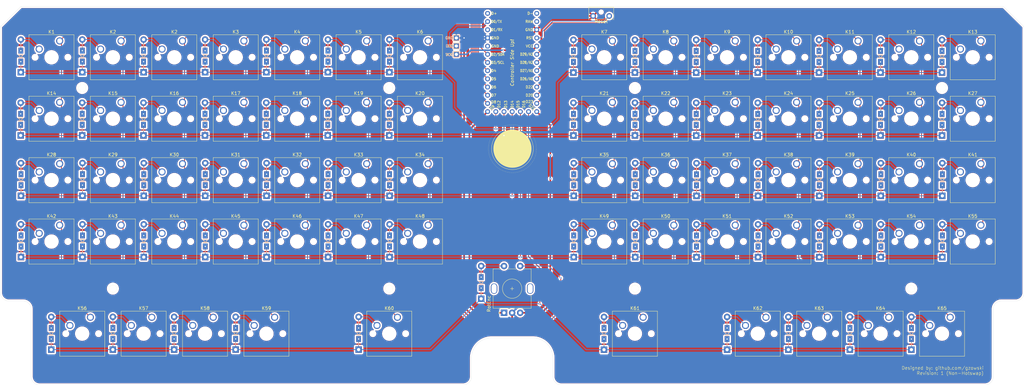
<source format=kicad_pcb>
(kicad_pcb (version 20221018) (generator pcbnew)
  (layers (0 "F.Cu" signal) (31 "B.Cu" signal) (34 "B.Paste" user) (35 "F.Paste" user) (36 "B.SilkS" user "B.Silkscreen") (37 "F.SilkS" user "F.Silkscreen") (38 "B.Mask" user) (39 "F.Mask" user) (44 "Edge.Cuts" user))
  (net 0 "")
  (net 1 "Net-(D0-A)")
  (net 2 "Net-(D1-A)")
  (net 3 "Net-(D2-A)")
  (net 4 "Net-(D3-A)")
  (net 5 "Net-(D4-A)")
  (net 6 "Net-(D5-A)")
  (net 7 "Net-(D6-A)")
  (net 8 "Net-(D7-A)")
  (net 9 "Net-(D8-A)")
  (net 10 "Net-(D9-A)")
  (net 11 "Net-(D10-A)")
  (net 12 "Net-(D11-A)")
  (net 13 "/Row_0")
  (net 14 "/Row_1")
  (net 15 "/Row_2")
  (net 16 "/Row_3")
  (net 17 "/Row_4")
  (net 18 "Net-(D12-A)")
  (net 19 "Net-(D13-A)")
  (net 20 "/Col_0")
  (net 21 "/Col_1")
  (net 22 "/Col_2")
  (net 23 "/Col_3")
  (net 24 "/Col_4")
  (net 25 "/Col_5")
  (net 26 "/Col_6")
  (net 27 "/Col_7")
  (net 28 "/Col_8")
  (net 29 "/Col_9")
  (net 30 "/Col_10")
  (net 31 "/Col_11")
  (net 32 "/Col_12")
  (net 33 "/Col_13")
  (net 34 "Net-(D14-A)")
  (net 35 "Net-(D15-A)")
  (net 36 "Net-(D16-A)")
  (net 37 "Net-(D17-A)")
  (net 38 "Net-(D18-A)")
  (net 39 "Net-(D19-A)")
  (net 40 "Net-(D20-A)")
  (net 41 "Net-(D21-A)")
  (net 42 "Net-(D22-A)")
  (net 43 "Net-(D23-A)")
  (net 44 "Net-(D24-A)")
  (net 45 "Net-(D25-A)")
  (net 46 "Net-(D26-A)")
  (net 47 "Net-(D27-A)")
  (net 48 "Net-(D28-A)")
  (net 49 "Net-(D29-A)")
  (net 50 "Net-(D30-A)")
  (net 51 "Net-(D31-A)")
  (net 52 "Net-(D32-A)")
  (net 53 "Net-(D33-A)")
  (net 54 "Net-(D34-A)")
  (net 55 "Net-(D35-A)")
  (net 56 "Net-(D36-A)")
  (net 57 "Net-(D37-A)")
  (net 58 "Net-(D38-A)")
  (net 59 "Net-(D39-A)")
  (net 60 "Net-(D40-A)")
  (net 61 "Net-(D41-A)")
  (net 62 "Net-(D42-A)")
  (net 63 "Net-(D43-A)")
  (net 64 "Net-(D44-A)")
  (net 65 "Net-(D45-A)")
  (net 66 "Net-(D46-A)")
  (net 67 "Net-(D47-A)")
  (net 68 "Net-(D48-A)")
  (net 69 "Net-(D49-A)")
  (net 70 "Net-(D50-A)")
  (net 71 "Net-(D51-A)")
  (net 72 "Net-(D52-A)")
  (net 73 "Net-(D53-A)")
  (net 74 "Net-(D54-A)")
  (net 75 "Net-(D55-A)")
  (net 76 "Net-(D56-A)")
  (net 77 "Net-(D57-A)")
  (net 78 "Net-(D58-A)")
  (net 79 "Net-(D59-A)")
  (net 80 "Net-(D60-A)")
  (net 81 "Net-(D61-A)")
  (net 82 "Net-(D62-A)")
  (net 83 "Net-(D63-A)")
  (net 84 "Net-(D64-A)")
  (net 85 "Net-(D65-A)")
  (net 86 "RST2")
  (net 87 "RST1")
  (net 88 "ROT2")
  (net 89 "GND1")
  (net 90 "ROTDEC")
  (net 91 "ROTINC")
  (net 92 "vcc")
  (net 93 "led")
  (footprint "Button_Switch_Keyboard:SW_Cherry_MX_1.00u_PCB" (layer "F.Cu") (at 69.66 71.52)
    (fp_text reference "K1")
    (fp_text value "" hide)
  )
  (footprint "Button_Switch_Keyboard:SW_Cherry_MX_1.00u_PCB" (layer "F.Cu") (at 355.41 71.52)
    (fp_text reference "K13")
    (fp_text value "Blank" hide)
  )
  (footprint "Button_Switch_Keyboard:SW_Cherry_MX_1.00u_PCB" (layer "F.Cu") (at 241.11 109.62)
    (fp_text reference "K35")
    (fp_text value "Blank" hide)
  )
  (footprint "Button_Switch_Keyboard:SW_Cherry_MX_1.00u_PCB" (layer "F.Cu") (at 279.21 128.67)
    (fp_text reference "K51")
    (fp_text value "Blank" hide)
  )
  (footprint "Button_Switch_Keyboard:SW_Cherry_MX_1.00u_PCB" (layer "F.Cu") (at 88.71 90.57)
    (fp_text reference "K15")
    (fp_text value "Blank" hide)
  )
  (footprint "Button_Switch_Keyboard:SW_Cherry_MX_1.00u_PCB" (layer "F.Cu") (at 241.11 128.67)
    (fp_text reference "K49")
    (fp_text value "Blank" hide)
  )
  (footprint "Button_Switch_Keyboard:SW_Cherry_MX_2.00u_PCB" (layer "F.Cu") (at 174.435 157.245)
    (fp_text reference "K60")
    (fp_text value "Blank" hide)
  )
  (footprint "Lily58-footprint:Diode_TH_SOD123" (layer "F.Cu") (at 276.68 162.29 90)
    (fp_text reference "D26" hide)
    (fp_text value "D" hide)
  )
  (footprint "Lily58-footprint:Diode_TH_SOD123" (layer "F.Cu") (at 95.74254 133.58 90)
    (fp_text reference "D26" hide)
    (fp_text value "D" hide)
  )
  (footprint "Button_Switch_Keyboard:SW_Cherry_MX_1.00u_PCB" (layer "F.Cu") (at 69.66 128.67)
    (fp_text reference "K42")
    (fp_text value "Blank" hide)
  )
  (footprint "Lily58-footprint:Diode_TH_SOD123" (layer "F.Cu") (at 343.35 76.34 90)
    (fp_text reference "D26" hide)
    (fp_text value "D" hide)
  )
  (footprint "Button_Switch_Keyboard:SW_Cherry_MX_1.00u_PCB" (layer "F.Cu") (at 126.81 109.62)
    (fp_text reference "K31")
    (fp_text value "Blank" hide)
  )
  (footprint "Lily58-footprint:Diode_TH_SOD123" (layer "F.Cu") (at 324.37 114.58 90)
    (fp_text reference "D26" hide)
    (fp_text value "D" hide)
  )
  (footprint "Button_Switch_Keyboard:SW_Cherry_MX_1.00u_PCB" (layer "F.Cu") (at 164.91 90.57)
    (fp_text reference "K19")
    (fp_text value "Blank" hide)
  )
  (footprint "Button_Switch_Keyboard:SW_Cherry_MX_1.00u_PCB" (layer "F.Cu") (at 107.76 109.62)
    (fp_text reference "K30")
    (fp_text value "Blank" hide)
  )
  (footprint "Lily58-footprint:Diode_TH_SOD123" (layer "F.Cu") (at 95.69254 76.26 90)
    (fp_text reference "D26" hide)
    (fp_text value "D" hide)
  )
  (footprint "Lily58-footprint:Diode_TH_SOD123" (layer "F.Cu") (at 114.82254 114.57 90)
    (fp_text reference "D26" hide)
    (fp_text value "D" hide)
  )
  (footprint "Button_Switch_Keyboard:SW_Cherry_MX_1.00u_PCB" (layer "F.Cu") (at 279.21 90.57)
    (fp_text reference "K23")
    (fp_text value "Blank" hide)
  )
  (footprint "Lily58-footprint:Diode_TH_SOD123" (layer "F.Cu") (at 238.50254 162.3 90)
    (fp_text reference "D26" hide)
    (fp_text value "D" hide)
  )
  (footprint "Lily58-footprint:Diode_TH_SOD123" (layer "F.Cu") (at 95.65508 95.86 90)
    (fp_text reference "D26" hide)
    (fp_text value "D" hide)
  )
  (footprint "Button_Switch_Keyboard:SW_Cherry_MX_1.00u_PCB" (layer "F.Cu") (at 336.36 71.52)
    (fp_text reference "K12")
    (fp_text value "Blank" hide)
  )
  (footprint "Lily58-footprint:Diode_TH_SOD123" (layer "F.Cu") (at 324.27254 76.33 90)
    (fp_text reference "D26" hide)
    (fp_text value "D" hide)
  )
  (footprint "Lily58-footprint:Diode_TH_SOD123" (layer "F.Cu") (at 333.84746 162.29 90)
    (fp_text reference "D26" hide)
    (fp_text value "D" hide)
  )
  (footprint "Button_Switch_Keyboard:SW_Cherry_MX_1.00u_PCB" (layer "F.Cu") (at 69.66 90.57)
    (fp_text reference "K14")
    (fp_text value "Blank" hide)
  )
  (footprint "Button_Switch_Keyboard:SW_Cherry_MX_1.00u_PCB" (layer "F.Cu") (at 145.86 128.67)
    (fp_text reference "K46")
    (fp_text value "Blank" hide)
  )
  (footprint "Button_Switch_Keyboard:SW_Cherry_MX_1.00u_PCB" (layer "F.Cu") (at 164.91 109.62)
    (fp_text reference "K33")
    (fp_text value "Blank" hide)
  )
  (footprint "" (layer "F.Cu") (at 333.82 148.355)
    (fp_text reference "")
    (fp_text value "")
  )
  (footprint "Button_Switch_Keyboard:SW_Cherry_MX_1.00u_PCB" (layer "F.Cu") (at 164.91 71.52)
    (fp_text reference "K5")
    (fp_text value "Blank" hide)
  )
  (footprint "Lily58-footprint:Diode_TH_SOD123" (layer "F.Cu") (at 343.36 95.87 90)
    (fp_text reference "D26" hide)
    (fp_text value "D" hide)
  )
  (footprint "Lily58-footprint:Diode_TH_SOD123" (layer "F.Cu") (at 343.44746 133.59 90)
    (fp_text reference "D26" hide)
    (fp_text value "D" hide)
  )
  (footprint "Button_Switch_Keyboard:SW_Cherry_MX_1.00u_PCB" (layer "F.Cu") (at 145.86 109.62)
    (fp_text reference "K32")
    (fp_text value "Blank" hide)
  )
  (footprint "Lily58-footprint:Diode_TH_SOD123" (layer "F.Cu") (at 105.16508 162.27 90)
    (fp_text reference "D26" hide)
    (fp_text value "D" hide)
  )
  (footprint "Button_Switch_Keyboard:SW_Cherry_MX_1.00u_PCB" (layer "F.Cu") (at 79.185 157.245)
    (fp_text reference "K56")
    (fp_text value "Blank" hide)
  )
  (footprint "Button_Switch_Keyboard:SW_Cherry_MX_1.00u_PCB" (layer "F.Cu") (at 355.41 109.62)
    (fp_text reference "K41")
    (fp_text value "Blank" hide)
  )
  (footprint "Lily58-footprint:Diode_TH_SOD123" (layer "F.Cu") (at 324.37 133.58 90)
    (fp_text reference "D26" hide)
    (fp_text value "D" hide)
  )
  (footprint "Button_Switch_Keyboard:SW_Cherry_MX_1.00u_PCB" (layer "F.Cu") (at 136.335 157.245)
    (fp_text reference "K59")
    (fp_text value "Blank" hide)
  )
  (footprint "Button_Switch_Keyboard:SW_Cherry_MX_1.00u_PCB" (layer "F.Cu") (at 88.71 71.52)
    (fp_text reference "K2")
    (fp_text value "Blank" hide)
  )
  (footprint "Button_Switch_Keyboard:SW_Cherry_MX_1.00u_PCB" (layer "F.Cu") (at 88.71 128.67)
    (fp_text reference "K43")
    (fp_text value "Blank" hide)
  )
  (footprint "" (layer "F.Cu") (at 248.095 86.125)
    (fp_text reference "")
    (fp_text value "")
  )
  (footprint "Lily58-footprint:Diode_TH_SOD123" (layer "F.Cu") (at 76.73254 133.56 90)
    (fp_text reference "D26" hide)
    (fp_text value "D" hide)
  )
  (footprint "Button_Switch_Keyboard:SW_Cherry_MX_1.00u_PCB" (layer "F.Cu") (at 355.41 90.57)
    (fp_text reference "K27")
    (fp_text value "Blank" hide)
  )
  (footprint "Lily58-footprint:Diode_TH_SOD123" (layer "F.Cu") (at 305.29 133.59 90)
    (fp_text reference "D26" hide)
    (fp_text value "D" hide)
  )
  (footprint "Lily58-footprint:Diode_TH_SOD123" (layer "F.Cu") (at 267.2 133.6 90)
    (fp_text reference "D26" hide)
    (fp_text value "D" hide)
  )
  (footprint "Lily58-footprint:Diode_TH_SOD123" (layer "F.Cu") (at 305.19254 76.34 90)
    (fp_text reference "D26" hide)
    (fp_text value "D" hide)
  )
  (footprint "Lily58-footprint:Diode_TH_SOD123" (layer "F.Cu") (at 286.28 114.59 90)
    (fp_text reference "D26" hide)
    (fp_text value "D" hide)
  )
  (footprint "Button_Switch_Keyboard:SW_Cherry_MX_1.00u_PCB" (layer "F.Cu") (at 345.885 157.245)
    (fp_text reference "K65")
    (fp_text value "Blank" hide)
  )
  (footprint "Lily58-footprint:Diode_TH_SOD123" (layer "F.Cu") (at 114.73508 95.85 90)
    (fp_text reference "D26" hide)
    (fp_text value "D" hide)
  )
  (footprint "Lily58-footprint:HOLE_M2" (layer "F.Cu") (at 76.645 86.125)
    (fp_text reference "HOLE_M2" hide)
    (fp_text value "VAL**" hide)
  )
  (footprint "Lily58-footprint:Diode_TH_SOD123" (layer "F.Cu") (at 286.18254 76.34 90)
    (fp_text reference "D26" hide)
    (fp_text value "D" hide)
  )
  (footprint "Button_Switch_Keyboard:SW_Cherry_MX_1.00u_PCB" (layer "F.Cu") (at 98.235 157.245)
    (fp_text reference "K57")
    (fp_text value "Blank" hide)
  )
  (footprint "Button_Switch_Keyboard:SW_Cherry_MX_1.00u_PCB" (layer "F.Cu") (at 298.26 109.62)
    (fp_text reference "K38")
    (fp_text value "Blank" hide)
  )
  (footprint "Lily58-footprint:Diode_TH_SOD123" (layer "F.Cu") (at 152.86254 76.24 90)
    (fp_text reference "D26" hide)
    (fp_text value "D" hide)
  )
  (footprint "Lily58-footprint:Diode_TH_SOD123" (layer "F.Cu") (at 248.09254 76.33 90)
    (fp_text reference "D26" hide)
    (fp_text value "D" hide)
  )
  (footprint "footprints:Frood_PinHeader_2x13+5_P2.54mm_Labels_Top" (layer "F.Cu") (at 210.02 62.98)
    (fp_text reference "Frood")
    (fp_text value "Frood" hide)
  )
  (footprint "Lily58-footprint:Diode_TH_SOD123" (layer "F.Cu") (at 76.64508 95.84 90)
    (fp_text reference "D26" hide)
    (fp_text value "D" hide)
  )
  (footprint "Lily58-footprint:Diode_TH_SOD123" (layer "F.Cu") (at 229.02254 95.87 90)
    (fp_text reference "D26" hide)
    (fp_text value "D" hide)
  )
  (footprint "Lily58-footprint:Diode_TH_SOD123" (layer "F.Cu") (at 295.69 162.29 90)
    (fp_text reference "D26" hide)
    (fp_text value "D" hide)
  )
  (footprint "Lily58-footprint:Diode_TH_SOD123" (layer "F.Cu") (at 133.83254 114.57 90)
    (fp_text reference "D26" hide)
    (fp_text value "D" hide)
  )
  (footprint "Button_Switch_Keyboard:SW_Cherry_MX_1.00u_PCB" (layer "F.Cu") (at 241.11 90.57)
    (fp_text reference "K21")
    (fp_text value "Blank" hide)
  )
  (footprint "Lily58-footprint:Diode_TH_SOD123" (layer "F.Cu") (at 162.39 162.27 90)
    (fp_text reference "D26" hide)
    (fp_text value "D" hide)
  )
  (footprint "Lily58-footprint:HOLE_M2" (layer "F.Cu") (at 86.17 148.355)
    (fp_text reference "HOLE_M2" hide)
    (fp_text value "VAL**" hide)
  )
  (footprint "Lily58-footprint:Diode_TH_SOD123" (layer "F.Cu") (at 171.99 133.57 90)
    (fp_text reference "D26" hide)
    (fp_text value "D" hide)
  )
  (footprint "Button_Switch_Keyboard:SW_Cherry_MX_1.00u_PCB" (layer "F.Cu") (at 126.81 71.52)
    (fp_text reference "K3")
    (fp_text value "Blank" hide)
  )
  (footprint "Lily58-footprint:Diode_TH_SOD123" (layer "F.Cu") (at 133.74508 95.85 90)
    (fp_text reference "D26" hide)
    (fp_text value "D" hide)
  )
  (footprint "Lily58-footprint:Diode_TH_SOD123" (layer "F.Cu") (at 133.83254 133.57 90)
    (fp_text reference "D26" hide)
    (fp_text value "D" hide)
  )
  (footprint "Lily58-footprint:Diode_TH_SOD123" (layer "F.Cu") (at 114.82254 133.57 90)
    (fp_text reference "D26" hide)
    (fp_text value "D" hide)
  )
  (footprint "Keebio-Parts:SW_Tactile_SPST_Angled_MJTP1117-no-mount" (layer "F.Cu") (at 235.125 63.785)
    (fp_text reference "Reset")
    (fp_text value "SW_PUSH" hide)
  )
  (footprint "Lily58-footprint:Diode_TH_SOD123" (layer "F.Cu") (at 95.74254 114.58 90)
    (fp_text reference "D26" hide)
    (fp_text value "D" hide)
  )
  (footprint "Button_Switch_Keyboard:SW_Cherry_MX_1.00u_PCB" (layer "F.Cu") (at 326.835 157.245)
    (fp_text reference "K64")
    (fp_text value "Blank" hide)
  )
  (footprint "Keebio-Parts:RotaryEncoder_EC11" (layer "F.Cu") (at 209.995 148.355 90)
    (fp_text reference "RotEnc")
    (fp_text value "RotaryEncoder_EC11" hide)
  )
  (footprint "Button_Switch_Keyboard:SW_Cherry_MX_1.00u_PCB" (layer "F.Cu") (at 126.81 90.57)
    (fp_text reference "K17")
    (fp_text value "Blank" hide)
  )
  (footprint "Lily58-footprint:Diode_TH_SOD123" (layer "F.Cu") (at 57.65254 114.57 90)
    (fp_text reference "D26" hide)
    (fp_text value "D" hide)
  )
  (footprint "Button_Switch_Keyboard:SW_Cherry_MX_1.00u_PCB" (layer "F.Cu") (at 317.31 90.57)
    (fp_text reference "K25")
    (fp_text value "Blank" hide)
  )
  (footprint "Lily58-footprint:Diode_TH_SOD123" (layer "F.Cu") (at 305.29 114.59 90)
    (fp_text reference "D26" hide)
    (fp_text value "D" hide)
  )
  (footprint "Lily58-footprint:Diode_TH_SOD123" (layer "F.Cu") (at 324.28254 95.86 90)
    (fp_text reference "D26" hide)
    (fp_text value "D" hide)
  )
  (footprint "Button_Switch_Keyboard:SW_Cherry_MX_1.00u_PCB" (layer "F.Cu") (at 183.96 128.67)
    (fp_text reference "K48")
    (fp_text value "Blank" hide)
  )
  (footprint "Button_Switch_Keyboard:SW_Cherry_MX_1.00u_PCB" (layer "F.Cu") (at 145.86 90.57)
    (fp_text reference "K18")
    (fp_text value "Blank" hide)
  )
  (footprint "" (layer "F.Cu") (at 248.095 148.355)
    (fp_text reference "")
    (fp_text value "")
  )
  (footprint "Button_Switch_Keyboard:SW_Cherry_MX_1.00u_PCB" (layer "F.Cu") (at 288.735 157.245)
    (fp_text reference "K62")
    (fp_text value "Blank" hide)
  )
  (footprint "Button_Switch_Keyboard:SW_Cherry_MX_2.00u_PCB" (layer "F.Cu") (at 250.635 157.245)
    (fp_text reference "K61")
    (fp_text value "Blank" hide)
  )
  (footprint "Button_Switch_Keyboard:SW_Cherry_MX_1.00u_PCB" (layer "F.Cu") (at 279.21 71.52)
    (fp_text reference "K9")
    (fp_text value "Blank" hide)
  )
  (footprint "Lily58-footprint:Diode_TH_SOD123" (layer "F.Cu") (at 286.28 133.59 90)
    (fp_text reference "D26" hide)
    (fp_text value "D" hide)
  )
  (footprint "Lily58-footprint:HOLE_M2" (layer "F.Cu") (at 171.895 86.125)
    (fp_text reference "HOLE_M2" hide)
    (fp_text value "VAL**" hide)
  )
  (footprint "Button_Switch_Keyboard:SW_Cherry_MX_1.00u_PCB" (layer "F.Cu") (at 260.16 109.62)
    (fp_text reference "K36")
    (fp_text value "Blank" hide)
  )
  (footprint "Lily58-footprint:Diode_TH_SOD123" (layer "F.Cu") (at 171.94 76.25 90)
    (fp_text reference "D26" hide)
    (fp_text value "D" hide)
  )
  (footprint "Button_Switch_Keyboard:SW_Cherry_MX_1.00u_PCB" (layer "F.Cu") (at 317.31 109.62)
    (fp_text reference "K39")
    (fp_text value "Blank" hide)
  )
  (footprint "Button_Switch_Keyboard:SW_Cherry_MX_1.00u_PCB" (layer "F.Cu") (at 336.36 128.67)
    (fp_text reference "K54")
    (fp_text value "Blank" hide)
  )
  (footprint "Lily58-footprint:Diode_TH_SOD123" (layer "F.Cu") (at 133.78254 76.25 90)
    (fp_text reference "D26" hide)
    (fp_text value "D" hide)
  )
  (footprint "Button_Switch_Keyboard:SW_Cherry_MX_1.00u_PCB" (layer "F.Cu") (at 107.76 128.67)
    (fp_text reference "K44")
    (fp_text value "Blank" hide)
  )
  (footprint "Button_Switch_Keyboard:SW_Cherry_MX_1.00u_PCB" (layer "F.Cu") (at 298.26 71.52)
    (fp_text reference "K10")
    (fp_text value "Blank" hide)
  )
  (footprint "Lily58-footprint:Diode_TH_SOD123" (layer "F.Cu") (at 114.77254 76.25 90)
    (fp_text reference "D26" hide)
    (fp_text value "D" hide)
  )
  (footprint "Lily58-footprint:Diode_TH_SOD123" (layer "F.Cu") (at 267.11254 95.88 90)
    (fp_text reference "D26" hide)
    (fp_text value "D" hide)
  )
  (footprint "Lily58-footprint:Diode_TH_SOD123" (layer "F.Cu") (at 267.2 114.6 90)
    (fp_text reference "D26" hide)
    (fp_text value "D" hide)
  )
  (footprint "" (layer "F.Cu") (at 343.345 86.125)
    (fp_text reference "")
    (fp_text value "")
  )
  (footprint "Lily58-footprint:Diode_TH_SOD123" (layer "F.Cu") (at 248.10254 95.86 90)
    (fp_text reference "D26" hide)
    (fp_text value "D" hide)
  )
  (footprint "Lily58-footprint:Diode_TH_SOD123" (layer "F.Cu") (at 171.90254 95.85 90)
    (fp_text reference "D26" hide)
    (fp_text value "D" hide)
  )
  (footprint "Lily58-footprint:Diode_TH_SOD123" (layer "F.Cu") (at 86.15508 162.27 90)
    (fp_text reference "D26" hide)
    (fp_text value "D" hide)
  )
  (footprint "Lily58-footprint:Diode_TH_SOD123" (layer "F.Cu") (at 57.65254 133.57 90)
    (fp_text reference "D26" hide)
    (fp_text value "D" hide)
  )
  (footprint "Button_Switch_Keyboard:SW_Cherry_MX_1.00u_PCB" (layer "F.Cu") (at 336.36 90.57)
    (fp_text reference "K26")
    (fp_text value "Blank" hide)
  )
  (footprint "Lily58-footprint:Diode_TH_SOD123" (layer "F.Cu") (at 286.19254 95.87 90)
    (fp_text reference "D26" hide)
    (fp_text value "D" hide)
  )
  (footprint "Button_Switch_Keyboard:SW_Cherry_MX_1.00u_PCB" (layer "F.Cu") (at 164.91 128.67)
    (fp_text reference "K47")
    (fp_text value "Blank" hide)
  )
  (footprint "Button_Switch_Keyboard:SW_Cherry_MX_1.00u_PCB" (layer "F.Cu") (at 145.86 71.52)
    (fp_text reference "K4")
    (fp_text value "Blank" hide)
  )
  (footprint "Button_Switch_Keyboard:SW_Cherry_MX_1.00u_PCB" (layer "F.Cu") (at 298.26 128.67)
    (fp_text reference "K52")
    (fp_text value "Blank" hide)
  )
  (footprint "Button_Switch_Keyboard:SW_Cherry_MX_1.00u_PCB" (layer "F.Cu") (at 183.96 90.57)
    (fp_text reference "K20")
    (fp_text value "Blank" hide)
  )
  (footprint "Lily58-footprint:Diode_TH_SOD123" (layer "F.Cu") (at 314.77 162.28 90)
    (fp_text reference "D26" hide)
    (fp_text value "D" hide)
  )
  (footprint "Button_Switch_Keyboard:SW_Cherry_MX_1.00u_PCB" (layer "F.Cu") (at 260.16 90.57)
    (fp_text reference "K22")
    (fp_text value "Blank" hide)
  )
  (footprint "Lily58-footprint:Diode_TH_SOD123" (layer "F.Cu") (at 171.99 114.57 90)
    (fp_text reference "D26" hide)
    (fp_text value "D" hide)
  )
  (footprint "Lily58-footprint:Diode_TH_SOD123" (layer "F.Cu") (at 229.01254 76.34 90)
    (fp_text reference "D26" hide)
    (fp_text value "D" hide)
  )
  (footprint "Button_Switch_Keyboard:SW_Cherry_MX_1.00u_PCB" (layer "F.Cu") (at 241.11 71.52)
    (fp_text reference "K7")
    (fp_text value "Blank" hide)
  )
  (footprint "Button_Switch_Keyboard:SW_Cherry_MX_1.00u_PCB" (layer "F.Cu") (at 88.71 109.62)
    (fp_text reference "K29")
    (fp_text value "Blank" hide)
  )
  (footprint "Button_Switch_Keyboard:SW_Cherry_MX_1.00u_PCB" (layer "F.Cu") (at 107.76 71.52)
    (fp_text reference "K2")
    (fp_text value "Blank" hide)
  )
  (footprint "Lily58-footprint:HOLE_M2" (layer "F.Cu") (at 171.895 148.355)
    (fp_text reference "HOLE_M2" hide)
    (fp_text value "VAL**" hide)
  )
  (footprint "Button_Switch_Keyboard:SW_Cherry_MX_1.00u_PCB" (layer "F.Cu") (at 183.96 71.52)
    (fp_text reference "K6")
    (fp_text value "Blank" hide)
  )
  (footprint "Lily58-footprint:Diode_TH_SOD123" (layer "F.Cu") (at 67.04508 162.28 90)
    (fp_text reference "D26" hide)
    (fp_text value "D" hide)
  )
  (footprint "Lily58-footprint:Diode_TH_SOD123" (layer "F.Cu") (at 200.4 146.5 90)
    (fp_text reference "D26" hide)
    (fp_text value "D" hide)
  )
  (footprint "Button_Switch_Keyboard:SW_Cherry_MX_1.00u_PCB" (layer "F.Cu") (at 336.36 109.62)
    (fp_text reference "K40")
    (fp_text value "Blank" hide)
  )
  (footprint "Button_Switch_Keyboard:SW_Cherry_MX_1.00u_PCB" (layer "F.Cu") (at 279.21 109.62)
    (fp_text reference "K37")
    (fp_text value "Blank" hide)
  )
  (footprint "Lily58-footprint:Diode_TH_SOD123" (layer "F.Cu") (at 76.68254 76.24 90)
    (fp_text reference "D26" hide)
    (fp_text value "D" hide)
  )
  (footprint "Lily58-footprint:Diode_TH_SOD123" (layer "F.Cu") (at 57.56508 95.85 90)
    (fp_text reference "D26" hide)
    (fp_text value "D" hide)
  )
  (footprint "Button_Switch_Keyboard:SW_Cherry_MX_1.00u_PCB" (layer "F.Cu") (at 307.785 157.245)
    (fp_text reference "K63")
    (fp_text value "Blank" hide)
  )
  (footprint "Lily58-footprint:Diode_TH_SOD123" (layer "F.Cu") (at 248.19 114.58 90)
    (fp_text reference "D26" hide)
    (fp_text value "D" hide)
  )
  (footprint "Lily58-footprint:LED" (layer "F.Cu") (at 192.7 70.6)
    (fp_text reference "J1" hide)
    (fp_text value "LED" hide)
  )
  (footprint "Button_Switch_Keyboard:SW_Cherry_MX_1.00u_PCB" (layer "F.Cu") (at 355.41 128.67)
    (fp_text reference "K55")
    (fp_text value "Blank" hide)
  )
  (footprint "Lily58-footprint:Diode_TH_SOD123" (layer "F.Cu") (at 305.20254 95.87 90)
    (fp_text reference "D26" hide)
    (fp_text value "D" hide)
  )
  (footprint "Button_Switch_Keyboard:SW_Cherry_MX_1.00u_PCB" (layer "F.Cu") (at 298.26 90.57)
    (fp_text reference "K24")
    (fp_text value "Blank" hide)
  )
  (footprint "Button_Switch_Keyboard:SW_Cherry_MX_1.00u_PCB" (layer "F.Cu") (at 260.16 71.52)
    (fp_text reference "K8")
    (fp_text value "Blank" hide)
  )
  (footprint "Button_Switch_Keyboard:SW_Cherry_MX_1.00u_PCB" (layer "F.Cu") (at 183.96 109.62)
    (fp_text reference "K34")
    (fp_text value "Blank" hide)
  )
  (footprint "Lily58-footprint:Diode_TH_SOD123" (layer "F.Cu") (at 343.44746 114.59 90)
    (fp_text reference "D26" hide)
    (fp_text value "D" hide)
  )
  (footprint "Lily58-footprint:Diode_TH_SOD123" (layer "F.Cu") (at 152.82508 95.84 90)
    (fp_text reference "D26" hide)
    (fp_text value "D" hide)
  )
  (footprint "Button_Switch_Keyboard:SW_Cherry_MX_1.00u_PCB" (layer "F.Cu") (at 317.31 71.52)
    (fp_text reference "K11")
    (fp_text value "Blank" hide)
  )
  (footprint "Lily58-footprint:Diode_TH_SOD123" (layer "F.Cu") (at 152.91254 133.56 90)
    (fp_text reference "D26" hide)
    (fp_text value "D" hide)
  )
  (footprint "Lily58-footprint:Diode_TH_SOD123" (layer "F.Cu") (at 152.91254 114.56 90)
    (fp_text reference "D26" hide)
    (fp_text value "D" hide)
  )
  (footprint "Button_Switch_Keyboard:SW_Cherry_MX_1.00u_PCB" (layer "F.Cu") (at 260.16 128.67)
    (fp_text reference "K50")
    (fp_text value "Blank" hide)
  )
  (footprint "Button_Switch_Keyboard:SW_Cherry_MX_1.00u_PCB" (layer "F.Cu") (at 117.285 157.245)
    (fp_text reference "K58")
    (fp_text value "Blank" hide)
  )
  (footprint "Button_Switch_Keyboard:SW_Cherry_MX_1.00u_PCB" (layer "F.Cu") (at 107.76 90.57)
    (fp_text reference "K16")
    (fp_text value "Blank" hide)
  )
  (footprint "Lily58-footprint:Diode_TH_SOD123" (layer "F.Cu") (at 124.24508 162.26 90)
    (fp_text reference "D26" hide)
    (fp_text value "D" hide)
  )
  (footprint "Button_Switch_Keyboard:SW_Cherry_MX_1.00u_PCB" (layer "F.Cu") (at 126.81 128.67)
    (fp_text reference "K45")
    (fp_text value "Blank" hide)
  )
  (footprint "Button_Switch_Keyboard:SW_Cherry_MX_1.00u_PCB" (layer "F.Cu") (at 317.31 128.67)
    (fp_text reference "K53")
    (fp_text value "Blank" hide)
  )
  (footprint "Lily58-footprint:Diode_TH_SOD123" (layer "F.Cu") (at 229.11 114.59 90)
    (fp_text reference "D26" hide)
    (fp_text value "D" hide)
  )
  (footprint "Lily58-footprint:Diode_TH_SOD123" (layer "F.Cu") (at 57.60254 76.25 90)
    (fp_text reference "D26" hide)
    (fp_text value "D" hide)
  )
  (footprint "Lily58-footprint:Diode_TH_SOD123" (layer "F.Cu") (at 267.10254 76.35 90)
    (fp_text reference "D26" hide)
    (fp_text value "D" hide)
  )
  (footprint "Lily58-footprint:Diode_TH_SOD123" (layer "F.Cu") (at 76.73254 114.56 90)
    (fp_text reference "D26" hide)
    (fp_text value "D" hide)
  )
  (footprint "Button_Switch_Keyboard:SW_Cherry_MX_1.00u_PCB" (layer "F.Cu") (at 69.66 109.62)
    (fp_text reference "K28")
    (fp_text value "Blank" hide)
  )
  (footprint "Lily58-footprint:Diode_TH_SOD123" (layer "F.Cu") (at 229.11 133.59 90)
    (fp_text reference "D26" hide)
    (fp_text value "D" hide)
  )
  (footprint "Lily58-footprint:Diode_TH_SOD123" (layer "F.Cu") (at 248.19 133.58 90)
    (fp_text reference "D26" hide)
    (fp_text value "D" hide)
  )
  (gr_circle (center 210.1 104.95) (end 216.53 105.67) (stroke (width 0.1)) (fill none) (layer "F.SilkS"))
  (gr_circle (center 210.1 104.95) (end 217.55 105.27) (stroke (width 0.1) (type dot)) (fill none) (layer "F.SilkS"))
  (gr_circle (center 210.1 104.95) (end 215.942 105.458) (stroke (width 0.1)) (fill solid) (layer "F.SilkS"))
  (gr_arc (start 359.22 175.66) (mid 358.476051 177.456051) (end 356.68 178.2) (stroke (width 0.05)) (layer "Edge.Cuts"))
  (gr_arc (start 53.856 152.165) (mid 52.059949 151.421051) (end 51.316 149.625) (stroke (width 0.05)) (layer "Edge.Cuts"))
  (gr_line (start 216.341 163.59) (end 203.72 163.59) (stroke (width 0.05)) (layer "Edge.Cuts"))
  (gr_line (start 53.856 152.165) (end 58.301 152.165) (stroke (width 0.05)) (layer "Edge.Cuts"))
  (gr_line (start 57.666 60.85) (end 362.4 60.85) (stroke (width 0.05)) (layer "Edge.Cuts"))
  (gr_line (start 51.316 67.1) (end 51.316 149.625) (stroke (width 0.05)) (layer "Edge.Cuts"))
  (gr_line (start 362.4 60.85) (end 368.75 67.1) (stroke (width 0.05)) (layer "Edge.Cuts"))
  (gr_arc (start 63.381 178.2) (mid 61.584949 177.456051) (end 60.841 175.66) (stroke (width 0.05)) (layer "Edge.Cuts"))
  (gr_line (start 222.691 175.66) (end 222.691 169.94) (stroke (width 0.05)) (layer "Edge.Cuts"))
  (gr_line (start 356.68 178.2) (end 225.23 178.2) (stroke (width 0.05)) (layer "Edge.Cuts"))
  (gr_line (start 359.22 154.705) (end 359.22 175.66) (stroke (width 0.05)) (layer "Edge.Cuts"))
  (gr_line (start 368.75 67.1) (end 368.75 149.625) (stroke (width 0.05)) (layer "Edge.Cuts"))
  (gr_arc (start 225.23 178.2) (mid 223.434449 177.455844) (end 222.691 175.66) (stroke (width 0.05)) (layer "Edge.Cuts"))
  (gr_line (start 366.21 152.165) (end 361.765 152.165) (stroke (width 0.05)) (layer "Edge.Cuts"))
  (gr_line (start 57.666 60.85) (end 51.316 67.1) (stroke (width 0.05)) (layer "Edge.Cuts"))
  (gr_line (start 63.381 178.2) (end 194.831 178.2) (stroke (width 0.05)) (layer "Edge.Cuts"))
  (gr_arc (start 58.301 152.165) (mid 60.097051 152.908949) (end 60.841 154.705) (stroke (width 0.05)) (layer "Edge.Cuts"))
  (gr_line (start 60.841 154.705) (end 60.841 175.66) (stroke (width 0.05)) (layer "Edge.Cuts"))
  (gr_arc (start 197.37 169.94) (mid 199.229872 165.449872) (end 203.72 163.59) (stroke (width 0.05)) (layer "Edge.Cuts"))
  (gr_arc (start 368.75 149.625) (mid 368.006051 151.421051) (end 366.21 152.165) (stroke (width 0.05)) (layer "Edge.Cuts"))
  (gr_line (start 197.37 175.66) (end 197.37 169.94) (stroke (width 0.05)) (layer "Edge.Cuts"))
  (gr_arc (start 216.341 163.59) (mid 220.831128 165.449872) (end 222.691 169.94) (stroke (width 0.05)) (layer "Edge.Cuts"))
  (gr_arc (start 197.37 175.66) (mid 196.626551 177.455844) (end 194.831 178.2) (stroke (width 0.05)) (layer "Edge.Cuts"))
  (gr_arc (start 359.22 154.705) (mid 359.963949 152.908949) (end 361.76 152.165) (stroke (width 0.05)) (layer "Edge.Cuts"))
  (gr_text "Designed by: github.com/gzowski\nRevision: 1 (Non-Hotswap)" (at 356.325 175.175) (layer "F.SilkS") (effects (font (size 1 1) (thickness 0.1)) (justify right bottom)))
  (segment (start 57.60254 71.09254) (end 57.6 71.09) (width 0.2) (layer "B.Cu") (net 1))
  (segment (start 57.6 71.09) (end 60.34 71.09) (width 0.25) (layer "B.Cu") (net 1))
  (segment (start 60.34 71.09) (end 63.31 74.06) (width 0.25) (layer "B.Cu") (net 1))
  (segment (start 57.60254 74.55) (end 57.60254 71.09254) (width 0.25) (layer "B.Cu") (net 1))
  (segment (start 76.68254 74.54) (end 76.68254 71.08254) (width 0.25) (layer "B.Cu") (net 2))
  (segment (start 76.68 71.08) (end 79.38 71.08) (width 0.25) (layer "B.Cu") (net 2))
  (segment (start 76.68254 71.08254) (end 76.68 71.08) (width 0.2) (layer "B.Cu") (net 2))
  (segment (start 79.38 71.08) (end 82.36 74.06) (width 0.25) (layer "B.Cu") (net 2))
  (segment (start 98.45 71.1) (end 101.41 74.06) (width 0.25) (layer "B.Cu") (net 3))
  (segment (start 95.69254 74.56) (end 95.69254 71.10254) (width 0.25) (layer "B.Cu") (net 3))
  (segment (start 95.69254 71.10254) (end 95.69 71.1) (width 0.2) (layer "B.Cu") (net 3))
  (segment (start 95.69 71.1) (end 98.45 71.1) (width 0.25) (layer "B.Cu") (net 3))
  (segment (start 114.77254 71.09254) (end 114.77 71.09) (width 0.2) (layer "B.Cu") (net 4))
  (segment (start 114.77254 74.55) (end 114.77254 71.09254) (width 0.25) (layer "B.Cu") (net 4))
  (segment (start 117.49 71.09) (end 120.46 74.06) (width 0.25) (layer "B.Cu") (net 4))
  (segment (start 114.77 71.09) (end 117.49 71.09) (width 0.25) (layer "B.Cu") (net 4))
  (segment (start 136.54 71.09) (end 139.51 74.06) (width 0.25) (layer "B.Cu") (net 5))
  (segment (start 133.78254 74.55) (end 133.78254 71.09254) (width 0.25) (layer "B.Cu") (net 5))
  (segment (start 133.78 71.09) (end 136.54 71.09) (width 0.25) (layer "B.Cu") (net 5))
  (segment (start 133.78254 71.09254) (end 133.78 71.09) (width 0.2) (layer "B.Cu") (net 5))
  (segment (start 155.58 71.08) (end 158.56 74.06) (width 0.25) (layer "B.Cu") (net 6))
  (segment (start 152.86 71.08) (end 155.58 71.08) (width 0.25) (layer "B.Cu") (net 6))
  (segment (start 152.86254 71.08254) (end 152.86 71.08) (width 0.2) (layer "B.Cu") (net 6))
  (segment (start 152.86254 74.54) (end 152.86254 71.08254) (width 0.25) (layer "B.Cu") (net 6))
  (segment (start 159.11 74.61) (end 158.56 74.06) (width 0.25) (layer "B.Cu") (net 6))
  (segment (start 171.94 71.09254) (end 171.93746 71.09) (width 0.2) (layer "B.Cu") (net 7))
  (segment (start 171.94 74.55) (end 171.94 71.09254) (width 0.25) (layer "B.Cu") (net 7))
  (segment (start 171.93746 71.09) (end 174.64 71.09) (width 0.25) (layer "B.Cu") (net 7))
  (segment (start 174.64 71.09) (end 177.61 74.06) (width 0.25) (layer "B.Cu") (net 7))
  (segment (start 229.05254 75.24) (end 229.05254 71.78254) (width 0.25) (layer "B.Cu") (net 8))
  (segment (start 231.88 71.18) (end 234.76 74.06) (width 0.25) (layer "B.Cu") (net 8))
  (segment (start 229.01 71.18) (end 231.88 71.18) (width 0.25) (layer "B.Cu") (net 8))
  (segment (start 229.05254 71.78254) (end 229.05 71.78) (width 0.2) (layer "B.Cu") (net 8))
  (segment (start 248.09 71.17) (end 250.92 71.17) (width 0.25) (layer "B.Cu") (net 9))
  (segment (start 250.92 71.17) (end 253.81 74.06) (width 0.25) (layer "B.Cu") (net 9))
  (segment (start 254.36 74.61) (end 253.81 74.06) (width 0.25) (layer "B.Cu") (net 9))
  (segment (start 248.09254 74.63) (end 248.09254 71.17254) (width 0.25) (layer "B.Cu") (net 9))
  (segment (start 248.09254 71.17254) (end 248.09 71.17) (width 0.2) (layer "B.Cu") (net 9))
  (segment (start 267.14254 75.25) (end 267.14254 71.79254) (width 0.25) (layer "B.Cu") (net 10))
  (segment (start 267.1 71.19) (end 269.99 71.19) (width 0.25) (layer "B.Cu") (net 10))
  (segment (start 267.14254 71.79254) (end 267.14 71.79) (width 0.2) (layer "B.Cu") (net 10))
  (segment (start 269.99 71.19) (end 272.86 74.06) (width 0.25) (layer "B.Cu") (net 10))
  (segment (start 286.18 71.18) (end 289.03 71.18) (width 0.25) (layer "B.Cu") (net 11))
  (segment (start 289.03 71.18) (end 291.91 74.06) (width 0.25) (layer "B.Cu") (net 11))
  (segment (start 286.18254 74.64) (end 286.18254 71.18254) (width 0.25) (layer "B.Cu") (net 11))
  (segment (start 286.18254 71.18254) (end 286.18 71.18) (width 0.2) (layer "B.Cu") (net 11))
  (segment (start 305.23254 71.78254) (end 305.23 71.78) (width 0.2) (layer "B.Cu") (net 12))
  (segment (start 305.19 71.18) (end 308.08 71.18) (width 0.25) (layer "B.Cu") (net 12))
  (segment (start 305.23254 75.24) (end 305.23254 71.78254) (width 0.25) (layer "B.Cu") (net 12))
  (segment (start 308.08 71.18) (end 310.96 74.06) (width 0.25) (layer "B.Cu") (net 12))
  (segment (start 311.51 74.61) (end 310.96 74.06) (width 0.25) (layer "B.Cu") (net 12))
  (segment (start 204.94 93.46) (end 204.94 98.815) (width 0.2) (layer "F.Cu") (net 13))
  (segment (start 204.94 98.815) (end 204.95 98.825) (width 0.2) (layer "F.Cu") (net 13))
  (via (at 204.95 98.825) (size 0.6) (drill 0.4) (layers "F.Cu" "B.Cu") (net 13))
  (segment (start 229.01 81.34) (end 248.08 81.34) (width 0.25) (layer "B.Cu") (net 13))
  (segment (start 171.94 81.24746) (end 171.93746 81.25) (width 0.2) (layer "B.Cu") (net 13))
  (segment (start 192.2 92.2) (end 198.8 98.8) (width 0.25) (layer "B.Cu") (net 13))
  (segment (start 133.78254 81.24746) (end 133.78 81.25) (width 0.2) (layer "B.Cu") (net 13))
  (segment (start 133.78 81.25) (end 114.77 81.25) (width 0.25) (layer "B.Cu") (net 13))
  (segment (start 248.09 78.03254) (end 248.09254 78.03) (width 0.25) (layer "B.Cu") (net 13))
  (segment (start 305.19 81.34) (end 324.26 81.34) (width 0.25) (layer "B.Cu") (net 13))
  (segment (start 227.29 81.34) (end 229.01 81.34) (width 0.25) (layer "B.Cu") (net 13))
  (segment (start 220.975 98.825) (end 224.15 95.65) (width 0.25) (layer "B.Cu") (net 13))
  (segment (start 76.7 81.26) (end 76.68 81.24) (width 0.25) (layer "B.Cu") (net 13))
  (segment (start 286.18 78.04254) (end 286.18254 78.04) (width 0.25) (layer "B.Cu") (net 13))
  (segment (start 305.23 81.94) (end 305.23 78.64254) (width 0.25) (layer "B.Cu") (net 13))
  (segment (start 152.87 81.25) (end 152.86 81.24) (width 0.25) (layer "B.Cu") (net 13))
  (segment (start 343.34746 78.04254) (end 343.35 78.04) (width 0.25) (layer "B.Cu") (net 13))
  (segment (start 171.94 77.95) (end 171.94 81.24746) (width 0.25) (layer "B.Cu") (net 13))
  (segment (start 324.27 78.03254) (end 324.27254 78.03) (width 0.25) (layer "B.Cu") (net 13))
  (segment (start 188.95 81.25) (end 192.2 84.5) (width 0.25) (layer "B.Cu") (net 13))
  (segment (start 224.15 95.65) (end 224.15 84.48) (width 0.25) (layer "B.Cu") (net 13))
  (segment (start 133.79 81.24) (end 133.78 81.25) (width 0.25) (layer "B.Cu") (net 13))
  (segment (start 57.6 81.25) (end 57.6 77.95254) (width 0.25) (layer "B.Cu") (net 13))
  (segment (start 76.68254 77.94) (end 76.68254 81.23746) (width 0.25) (layer "B.Cu") (net 13))
  (segment (start 95.7 81.25) (end 95.69 81.26) (width 0.25) (layer "B.Cu") (net 13))
  (segment (start 286.18 81.34) (end 305.19 81.34) (width 0.25) (layer "B.Cu") (net 13))
  (segment (start 267.14 78.65254) (end 267.14254 78.65) (width 0.25) (layer "B.Cu") (net 13))
  (segment (start 248.08 81.34) (end 248.09 81.33) (width 0.25) (layer "B.Cu") (net 13))
  (segment (start 192.2 84.5) (end 192.2 92.2) (width 0.25) (layer "B.Cu") (net 13))
  (segment (start 171.93746 81.25) (end 188.95 81.25) (width 0.25) (layer "B.Cu") (net 13))
  (segment (start 133.78254 77.95) (end 133.78254 81.24746) (width 0.25) (layer "B.Cu") (net 13))
  (segment (start 267.14 81.95) (end 267.14 78.65254) (width 0.25) (layer "B.Cu") (net 13))
  (segment (start 343.33746 81.33) (end 343.34746 81.34) (width 0.25) (layer "B.Cu") (net 13))
  (segment (start 224.15 84.48) (end 227.29 81.34) (width 0.25) (layer "B.Cu") (net 13))
  (segment (start 152.86 81.24) (end 133.79 81.24) (width 0.25) (layer "B.Cu") (net 13))
  (segment (start 76.68254 81.23746) (end 76.68 81.24) (width 0.2) (layer "B.Cu") (net 13))
  (segment (start 57.6 77.95254) (end 57.60254 77.95) (width 0.25) (layer "B.Cu") (net 13))
  (segment (start 248.09 81.33) (end 267.08 81.33) (width 0.25) (layer "B.Cu") (net 13))
  (segment (start 57.61 81.24) (end 57.6 81.25) (width 0.25) (layer "B.Cu") (net 13))
  (segment (start 152.86254 81.23746) (end 152.86 81.24) (width 0.2) (layer "B.Cu") (net 13))
  (segment (start 205 98.8) (end 204.975 98.8) (width 0.25) (layer "B.Cu") (net 13))
  (segment (start 114.77254 77.95) (end 114.77254 81.24746) (width 0.25) (layer "B.Cu") (net 13))
  (segment (start 343.34746 81.34) (end 343.34746 78.04254) (width 0.25) (layer "B.Cu") (net 13))
  (segment (start 171.93746 81.25) (end 152.87 81.25) (width 0.25) (layer "B.Cu") (net 13))
  (segment (start 114.77254 81.24746) (end 114.77 81.25) (width 0.2) (layer "B.Cu") (net 13))
  (segment (start 198.8 98.8) (end 204.925 98.8) (width 0.25) (layer "B.Cu") (net 13))
  (segment (start 204.925 98.8) (end 204.95 98.825) (width 0.25) (layer "B.Cu") (net 13))
  (segment (start 114.77 81.25) (end 95.7 81.25) (width 0.25) (layer "B.Cu") (net 13))
  (segment (start 229.05 81.94) (end 229.05 78.64254) (width 0.25) (layer "B.Cu") (net 13))
  (segment (start 286.17 81.35) (end 286.18 81.34) (width 0.25) (layer "B.Cu") (net 13))
  (segment (start 95.69254 77.96) (end 95.69254 81.25746) (width 0.25) (layer "B.Cu") (net 13))
  (segment (start 229.05 78.64254) (end 229.05254 78.64) (width 0.25) (layer "B.Cu") (net 13))
  (segment (start 324.27 81.33) (end 343.33746 81.33) (width 0.25) (layer "B.Cu") (net 13))
  (segment (start 204.94 98.74) (end 205 98.8) (width 0.2) (layer "B.Cu") (net 13))
  (segment (start 324.27 81.33) (end 324.27 78.03254) (width 0.25) (layer "B.Cu") (net 13))
  (segment (start 286.18 81.34) (end 286.18 78.04254) (width 0.25) (layer "B.Cu") (net 13))
  (segment (start 267.1 81.35) (end 286.17 81.35) (width 0.25) (layer "B.Cu") (net 13))
  (segment (start 324.26 81.34) (end 324.27 81.33) (width 0.25) (layer "B.Cu") (net 13))
  (segment (start 152.86254 77.94) (end 152.86254 81.23746) (width 0.25) (layer "B.Cu") (net 13))
  (segment (start 204.95 98.825) (end 220.975 98.825) (width 0.25) (layer "B.Cu") (net 13))
  (segment (start 95.69 81.26) (end 76.7 81.26) (width 0.25) (layer "B.Cu") (net 13))
  (segment (start 267.08 81.33) (end 267.1 81.35) (width 0.25) (layer "B.Cu") (net 13))
  (segment (start 204.975 98.8) (end 204.95 98.825) (width 0.25) (layer "B.Cu") (net 13))
  (segment (start 305.23 78.64254) (end 305.23254 78.64) (width 0.25) (layer "B.Cu") (net 13))
  (segment (start 248.09 81.33) (end 248.09 78.03254) (width 0.25) (layer "B.Cu") (net 13))
  (segment (start 95.69254 81.25746) (end 95.69 81.26) (width 0.2) (layer "B.Cu") (net 13))
  (segment (start 76.68 81.24) (end 57.61 81.24) (width 0.25) (layer "B.Cu") (net 13))
  (segment (start 207.475 100.875) (end 207.48 100.87) (width 0.25) (layer "F.Cu") (net 14))
  (segment (start 207.48 100.87) (end 207.48 93.46) (width 0.25) (layer "F.Cu") (net 14))
  (via (at 207.475 100.875) (size 0.6) (drill 0.4) (layers "F.Cu" "B.Cu") (net 14))
  (segment (start 248.09 100.87) (end 248.1 100.86) (width 0.25) (layer "B.Cu") (net 14))
  (segment (start 207.495 100.87) (end 207.48 100.87) (width 0.25) (layer "B.Cu") (net 14))
  (segment (start 207.47 100.87) (end 171.92 100.87) (width 0.25) (layer "B.Cu") (net 14))
  (segment (start 207.475 100.875) (end 207.47 100.87) (width 0.25) (layer "B.Cu") (net 14))
  (segment (start 171.92 100.87) (end 171.9 100.85) (width 0.25) (layer "B.Cu") (net 14))
  (segment (start 267.19746 100.3) (end 267.19746 97.00254) (width 0.25) (layer "B.Cu") (net 14))
  (segment (start 133.74254 100.85) (end 114.73254 100.85) (width 0.25) (layer "B.Cu") (net 14))
  (segment (start 152.82254 100.84) (end 133.75254 100.84) (width 0.25) (layer "B.Cu") (net 14))
  (segment (start 57.56254 100.85) (end 57.56254 97.55254) (width 0.25) (layer "B.Cu") (net 14))
  (segment (start 229.02 100.87) (end 248.09 100.87) (width 0.25) (layer "B.Cu") (net 14))
  (segment (start 324.28 100.86) (end 343.34746 100.86) (width 0.25) (layer "B.Cu") (net 14))
  (segment (start 95.65254 100.86) (end 95.65254 97.56254) (width 0.25) (layer "B.Cu") (net 14))
  (segment (start 114.73254 97.55254) (end 114.73508 97.55) (width 0.25) (layer "B.Cu") (net 14))
  (segment (start 324.27 100.87) (end 324.28 100.86) (width 0.25) (layer "B.Cu") (net 14))
  (segment (start 286.27746 96.99254) (end 286.28 96.99) (width 0.25) (layer "B.Cu") (net 14))
  (segment (start 95.66254 100.85) (end 95.65254 100.86) (width 0.25) (layer "B.Cu") (net 14))
  (segment (start 76.66254 100.86) (end 76.64254 100.84) (width 0.25) (layer "B.Cu") (net 14))
  (segment (start 267.09 100.86) (end 267.11 100.88) (width 0.25) (layer "B.Cu") (net 14))
  (segment (start 152.82254 97.54254) (end 152.82508 97.54) (width 0.25) (layer "B.Cu") (net 14))
  (segment (start 305.28746 100.29) (end 305.28746 96.99254) (width 0.25) (layer "B.Cu") (net 14))
  (segment (start 286.27746 100.29) (end 286.27746 96.99254) (width 0.25) (layer "B.Cu") (net 14))
  (segment (start 324.36746 100.28) (end 324.36746 96.98254) (width 0.25) (layer "B.Cu") (net 14))
  (segment (start 133.74254 100.85) (end 133.74254 97.55254) (width 0.25) (layer "B.Cu") (net 14))
  (segment (start 57.57254 100.84) (end 57.56254 100.85) (width 0.25) (layer "B.Cu") (net 14))
  (segment (start 171.9 100.85) (end 152.83254 100.85) (width 0.25) (layer "B.Cu") (net 14))
  (segment (start 247.76746 100.7) (end 248.18746 100.28) (width 0.25) (layer "B.Cu") (net 14))
  (segment (start 343.43492 100.28) (end 343.44492 100.29) (width 0.25) (layer "B.Cu") (net 14))
  (segment (start 267.11 100.88) (end 286.18 100.88) (width 0.25) (layer "B.Cu") (net 14))
  (segment (start 343.44492 96.99254) (end 343.44746 96.99) (width 0.25) (layer "B.Cu") (net 14))
  (segment (start 248.18746 100.28) (end 248.18746 96.98254) (width 0.25) (layer "B.Cu") (net 14))
  (segment (start 76.64254 100.84) (end 76.64254 97.54254) (width 0.25) (layer "B.Cu") (net 14))
  (segment (start 171.9 97.55254) (end 171.90254 97.55) (width 0.25) (layer "B.Cu") (net 14))
  (segment (start 286.26746 100.3) (end 286.27746 100.29) (width 0.25) (layer "B.Cu") (net 14))
  (segment (start 114.73254 100.85) (end 95.66254 100.85) (width 0.25) (layer "B.Cu") (net 14))
  (segment (start 207.48 100.87) (end 207.475 100.875) (width 0.25) (layer "B.Cu") (net 14))
  (segment (start 286.19 100.87) (end 305.2 100.87) (width 0.25) (layer "B.Cu") (net 14))
  (segment (start 324.36746 96.98254) (end 324.37 96.98) (width 0.25) (layer "B.Cu") (net 14))
  (segment (start 57.56254 97.55254) (end 57.56508 97.55) (width 0.25) (layer "B.Cu") (net 14))
  (segment (start 95.65254 97.56254) (end 95.65508 97.56) (width 0.25) (layer "B.Cu") (net 14))
  (segment (start 114.73254 100.85) (end 114.73254 97.55254) (width 0.25) (layer "B.Cu") (net 14))
  (segment (start 133.75254 100.84) (end 133.74254 100.85) (width 0.25) (layer "B.Cu") (net 14))
  (segment (start 305.28746 96.99254) (end 305.29 96.99) (width 0.25) (layer "B.Cu") (net 14))
  (segment (start 267.17746 100.28) (end 267.19746 100.3) (width 0.25) (layer "B.Cu") (net 14))
  (segment (start 267.19746 97.00254) (end 267.2 97) (width 0.25) (layer "B.Cu") (net 14))
  (segment (start 343.34746 100.86) (end 343.35746 100.87) (width 0.25) (layer "B.Cu") (net 14))
  (segment (start 248.1 100.86) (end 267.09 100.86) (width 0.25) (layer "B.Cu") (net 14))
  (segment (start 76.64254 97.54254) (end 76.64508 97.54) (width 0.25) (layer "B.Cu") (net 14))
  (segment (start 248.18746 96.98254) (end 248.19 96.98) (width 0.25) (layer "B.Cu") (net 14))
  (segment (start 229.10746 96.99254) (end 229.11 96.99) (width 0.25) (layer "B.Cu") (net 14))
  (segment (start 95.65254 100.86) (end 76.66254 100.86) (width 0.25) (layer "B.Cu") (net 14))
  (segment (start 152.83254 100.85) (end 152.82254 100.84) (width 0.25) (layer "B.Cu") (net 14))
  (segment (start 207.5 100.875) (end 207.495 100.87) (width 0.25) (layer "B.Cu") (net 14))
  (segment (start 324.35746 100.29) (end 324.36746 100.28) (width 0.25) (layer "B.Cu") (net 14))
  (segment (start 343.44492 100.29) (end 343.44492 96.99254) (width 0.25) (layer "B.Cu") (net 14))
  (segment (start 229.02 100.87) (end 207.505 100.87) (width 0.25) (layer "B.Cu") (net 14))
  (segment (start 305.2 100.87) (end 324.27 100.87) (width 0.25) (layer "B.Cu") (net 14))
  (segment (start 286.18 100.88) (end 286.19 100.87) (width 0.25) (layer "B.Cu") (net 14))
  (segment (start 152.82254 100.84) (end 152.82254 97.54254) (width 0.25) (layer "B.Cu") (net 14))
  (segment (start 171.9 100.85) (end 171.9 97.55254) (width 0.25) (layer "B.Cu") (net 14))
  (segment (start 229.10746 100.29) (end 229.10746 96.99254) (width 0.25) (layer "B.Cu") (net 14))
  (segment (start 76.64254 100.84) (end 57.57254 100.84) (width 0.25) (layer "B.Cu") (net 14))
  (segment (start 207.505 100.87) (end 207.5 100.875) (width 0.25) (layer "B.Cu") (net 14))
  (segment (start 133.74254 97.55254) (end 133.74508 97.55) (width 0.25) (layer "B.Cu") (net 14))
  (segment (start 210.075 119.6) (end 210.025 119.55) (width 0.2) (layer "F.Cu") (net 15))
  (segment (start 210.02 119.545) (end 210 119.525) (width 0.2) (layer "F.Cu") (net 15))
  (segment (start 210.02 93.46) (end 210.02 119.545) (width 0.25) (layer "F.Cu") (net 15))
  (segment (start 210 119.6) (end 210.075 119.6) (width 0.2) (layer "F.Cu") (net 15))
  (segment (start 210 119.525) (end 210 119.6) (width 0.2) (layer "F.Cu") (net 15))
  (via (at 210 119.6) (size 0.6) (drill 0.4) (layers "F.Cu" "B.Cu") (net 15))
  (segment (start 57.65 116.27254) (end 57.65254 116.27) (width 0.25) (layer "B.Cu") (net 15))
  (segment (start 248.18746 116.28254) (end 248.19 116.28) (width 0.25) (layer "B.Cu") (net 15))
  (segment (start 305.28746 119.59) (end 324.35746 119.59) (width 0.25) (layer "B.Cu") (net 15))
  (segment (start 229.10746 119.59) (end 248.17746 119.59) (width 0.25) (layer "B.Cu") (net 15))
  (segment (start 152.91 119.56) (end 95.76 119.56) (width 0.25) (layer "B.Cu") (net 15))
  (segment (start 95.76 119.56) (end 95.74 119.58) (width 0.25) (layer "B.Cu") (net 15))
  (segment (start 229.10746 116.29254) (end 229.11 116.29) (width 0.25) (layer "B.Cu") (net 15))
  (segment (start 152.92 119.57) (end 152.91 119.56) (width 0.25) (layer "B.Cu") (net 15))
  (segment (start 324.36746 119.58) (end 343.43492 119.58) (width 0.25) (layer "B.Cu") (net 15))
  (segment (start 171.98746 119.57) (end 152.92 119.57) (width 0.25) (layer "B.Cu") (net 15))
  (segment (start 324.36746 119.58) (end 324.36746 116.28254) (width 0.25) (layer "B.Cu") (net 15))
  (segment (start 267.19746 116.30254) (end 267.2 116.3) (width 0.25) (layer "B.Cu") (net 15))
  (segment (start 76.75 119.58) (end 76.73 119.56) (width 0.25) (layer "B.Cu") (net 15))
  (segment (start 210 119.6) (end 209.97 119.57) (width 0.2) (layer "B.Cu") (net 15))
  (segment (start 267.19746 119.6) (end 286.26746 119.6) (width 0.25) (layer "B.Cu") (net 15))
  (segment (start 76.73 119.56) (end 57.66 119.56) (width 0.25) (layer "B.Cu") (net 15))
  (segment (start 286.26746 119.6) (end 286.27746 119.59) (width 0.25) (layer "B.Cu") (net 15))
  (segment (start 95.74 119.58) (end 95.74 116.28254) (width 0.25) (layer "B.Cu") (net 15))
  (segment (start 209.97 119.57) (end 171.98746 119.57) (width 0.25) (layer "B.Cu") (net 15))
  (segment (start 76.73 119.56) (end 76.73 116.26254) (width 0.25) (layer "B.Cu") (net 15))
  (segment (start 324.36746 116.28254) (end 324.37 116.28) (width 0.25) (layer "B.Cu") (net 15))
  (segment (start 324.35746 119.59) (end 324.36746 119.58) (width 0.25) (layer "B.Cu") (net 15))
  (segment (start 152.91 116.26254) (end 152.91254 116.26) (width 0.25) (layer "B.Cu") (net 15))
  (segment (start 248.18746 119.58) (end 248.52 119.58) (width 0.25) (layer "B.Cu") (net 15))
  (segment (start 57.65 119.57) (end 57.65 116.27254) (width 0.25) (layer "B.Cu") (net 15))
  (segment (start 114.82 119.57) (end 114.82 116.27254) (width 0.25) (layer "B.Cu") (net 15))
  (segment (start 343.44492 119.59) (end 343.44492 116.29254) (width 0.25) (layer "B.Cu") (net 15))
  (segment (start 248.18746 119.58) (end 267.17746 119.58) (width 0.25) (layer "B.Cu") (net 15))
  (segment (start 210.01 119.59) (end 229.10746 119.59) (width 0.25) (layer "B.Cu") (net 15))
  (segment (start 57.66 119.56) (end 57.65 119.57) (width 0.25) (layer "B.Cu") (net 15))
  (segment (start 343.44492 116.29254) (end 343.44746 116.29) (width 0.25) (layer "B.Cu") (net 15))
  (segment (start 171.98746 119.57) (end 171.98746 116.27254) (width 0.25) (layer "B.Cu") (net 15))
  (segment (start 210 119.6) (end 210.01 119.59) (width 0.2) (layer "B.Cu") (net 15))
  (segment (start 171.98746 116.27254) (end 171.99 116.27) (width 0.25) (layer "B.Cu") (net 15))
  (segment (start 95.74 119.58) (end 76.75 119.58) (width 0.25) (layer "B.Cu") (net 15))
  (segment (start 152.91 119.56) (end 152.91 116.26254) (width 0.25) (layer "B.Cu") (net 15))
  (segment (start 95.74 116.28254) (end 95.74254 116.28) (width 0.25) (layer "B.Cu") (net 15))
  (segment (start 286.27746 116.29254) (end 286.28 116.29) (width 0.25) (layer "B.Cu") (net 15))
  (segment (start 305.28746 116.29254) (end 305.29 116.29) (width 0.25) (layer "B.Cu") (net 15))
  (segment (start 305.28746 119.59) (end 305.28746 116.29254) (width 0.25) (layer "B.Cu") (net 15))
  (segment (start 229.10746 119.59) (end 229.10746 116.29254) (width 0.25) (layer "B.Cu") (net 15))
  (segment (start 133.83 119.57) (end 133.83 116.27254) (width 0.25) (layer "B.Cu") (net 15))
  (segment (start 267.19746 119.6) (end 267.19746 116.30254) (width 0.25) (layer "B.Cu") (net 15))
  (segment (start 248.18746 119.58) (end 248.18746 116.28254) (width 0.25) (layer "B.Cu") (net 15))
  (segment (start 286.27746 119.59) (end 286.27746 116.29254) (width 0.25) (layer "B.Cu") (net 15))
  (segment (start 76.73 116.26254) (end 76.73254 116.26) (width 0.25) (layer "B.Cu") (net 15))
  (segment (start 286.27746 119.59) (end 305.28746 119.59) (width 0.25) (layer "B.Cu") (net 15))
  (segment (start 133.83 116.27254) (end 133.83254 116.27) (width 0.2) (layer "B.Cu") (net 15))
  (segment (start 248.17746 119.59) (end 248.18746 119.58) (width 0.25) (layer "B.Cu") (net 15))
  (segment (start 267.17746 119.58) (end 267.19746 119.6) (width 0.25) (layer "B.Cu") (net 15))
  (segment (start 114.82 116.27254) (end 114.82254 116.27) (width 0.2) (layer "B.Cu") (net 15))
  (segment (start 343.43492 119.58) (end 343.44492 119.59) (width 0.25) (layer "B.Cu") (net 15))
  (segment (start 212.56 138.535) (end 212.56 93.46) (width 0.25) (layer "F.Cu") (net 16))
  (via (at 212.55 138.6) (size 0.6) (drill 0.4) (layers "F.Cu" "B.Cu") (net 16))
  (segment (start 57.65 135.27254) (end 57.65254 135.27) (width 0.25) (layer "B.Cu") (net 16))
  (segment (start 114.82 135.27254) (end 114.82254 135.27) (width 0.25) (layer "B.Cu") (net 16))
  (segment (start 171.97746 138.56) (end 171.98746 138.57) (width 0.2) (layer "B.Cu") (net 16))
  (segment (start 76.73 135.26254) (end 76.73254 135.26) (width 0.25) (layer "B.Cu") (net 16))
  (segment (start 229.11 138.58746) (end 229.10746 138.59) (width 0.2) (layer "B.Cu") (net 16))
  (segment (start 248.18746 138.58) (end 267.17746 138.58) (width 0.25) (layer "B.Cu") (net 16))
  (segment (start 305.29 135.29) (end 305.29 138.58746) (width 0.2) (layer "B.Cu") (net 16))
  (segment (start 229.10746 138.59) (end 248.17746 138.59) (width 0.25) (layer "B.Cu") (net 16))
  (segment (start 171.98746 138.57) (end 171.98746 135.27254) (width 0.25) (layer "B.Cu") (net 16))
  (segment (start 248.19 135.28) (end 248.19 138.57746) (width 0.2) (layer "B.Cu") (net 16))
  (segment (start 229.11 135.29) (end 229.11 138.58746) (width 0.2) (layer "B.Cu") (net 16))
  (segment (start 286.28 135.29) (end 286.28 138.58746) (width 0.2) (layer "B.Cu") (net 16))
  (segment (start 248.17746 138.59) (end 248.18746 138.58) (width 0.25) (layer "B.Cu") (net 16))
  (segment (start 57.66 138.56) (end 57.65 138.57) (width 0.25) (layer "B.Cu") (net 16))
  (segment (start 76.75 138.58) (end 76.73 138.56) (width 0.25) (layer "B.Cu") (net 16))
  (segment (start 114.82 138.57) (end 114.82 135.27254) (width 0.25) (layer "B.Cu") (net 16))
  (segment (start 133.83 135.27254) (end 133.83254 135.27) (width 0.25) (layer "B.Cu") (net 16))
  (segment (start 133.83 138.57) (end 133.83 135.27254) (width 0.25) (layer "B.Cu") (net 16))
  (segment (start 343.44492 138.59) (end 343.44492 135.29254) (width 0.25) (layer "B.Cu") (net 16))
  (segment (start 324.37 135.28) (end 324.37 138.57746) (width 0.2) (layer "B.Cu") (net 16))
  (segment (start 267.2 138.59746) (end 267.19746 138.6) (width 0.2) (layer "B.Cu") (net 16))
  (segment (start 133.83 138.57) (end 114.82 138.57) (width 0.25) (layer "B.Cu") (net 16))
  (segment (start 152.91 138.56) (end 171.97746 138.56) (width 0.25) (layer "B.Cu") (net 16))
  (segment (start 324.37 138.57746) (end 324.36746 138.58) (width 0.2) (layer "B.Cu") (net 16))
  (segment (start 324.35746 138.59) (end 324.36746 138.58) (width 0.25) (layer "B.Cu") (net 16))
  (segment (start 229.10746 138.59) (end 212.635 138.59) (width 0.25) (layer "B.Cu") (net 16))
  (segment (start 212.54 138.59) (end 172.00746 138.59) (width 0.25) (layer "B.Cu") (net 16))
  (segment (start 267.2 135.3) (end 267.2 138.59746) (width 0.2) (layer "B.Cu") (net 16))
  (segment (start 114.82 138.57) (end 95.75 138.57) (width 0.25) (layer "B.Cu") (net 16))
  (segment (start 267.17746 138.58) (end 267.19746 138.6) (width 0.25) (layer "B.Cu") (net 16))
  (segment (start 212.56 138.59) (end 212.55 138.6) (width 0.25) (layer "B.Cu") (net 16))
  (segment (start 133.84 138.56) (end 133.83 138.57) (width 0.25) (layer "B.Cu") (net 16))
  (segment (start 212.55 138.6) (end 212.54 138.59) (width 0.25) (layer "B.Cu") (net 16))
  (segment (start 212.615 138.59) (end 212.56 138.59) (width 0.25) (layer "B.Cu") (net 16))
  (segment (start 76.73 138.56) (end 76.73 135.26254) (width 0.25) (layer "B.Cu") (net 16))
  (segment (start 152.91 135.26254) (end 152.91254 135.26) (width 0.2) (layer "B.Cu") (net 16))
  (segment (start 95.74 138.58) (end 95.74 135.28254) (width 0.25) (layer "B.Cu") (net 16))
  (segment (start 152.91 138.56) (end 152.91 135.26254) (width 0.25) (layer "B.Cu") (net 16))
  (segment (start 95.74 138.58) (end 76.75 138.58) (width 0.25) (layer "B.Cu") (net 16))
  (segment (start 76.73 138.56) (end 57.66 138.56) (width 0.25) (layer "B.Cu") (net 16))
  (segment (start 305.29 138.58746) (end 305.28746 138.59) (width 0.2) (layer "B.Cu") (net 16))
  (segment (start 324.36746 138.58) (end 343.43492 138.58) (width 0.25) (layer "B.Cu") (net 16))
  (segment (start 152.91 138.56) (end 133.84 138.56) (width 0.25) (layer "B.Cu") (net 16))
  (segment (start 305.27746 138.6) (end 305.28746 138.59) (width 0.25) (layer "B.Cu") (net 16))
  (segment (start 172.00746 138.59) (end 171.98746 138.57) (width 0.2) (layer "B.Cu") (net 16))
  (segment (start 343.43492 138.58) (end 343.44492 138.59) (width 0.25) (layer "B.Cu") (net 16))
  (segment (start 212.625 138.6) (end 212.615 138.59) (width 0.25) (layer "B.Cu") (net 16))
  (segment (start 248.19 138.57746) (end 248.18746 138.58) (width 0.2) (layer "B.Cu") (net 16))
  (segment (start 95.74 135.28254) (end 95.74254 135.28) (width 0.25) (layer "B.Cu") (net 16))
  (segment (start 95.75 138.57) (end 95.74 138.58) (width 0.25) (layer "B.Cu") (net 16))
  (segment (start 286.28 138.58746) (end 286.27746 138.59) (width 0.2) (layer "B.Cu") (net 16))
  (segment (start 212.635 138.59) (end 212.625 138.6) (width 0.25) (layer "B.Cu") (net 16))
  (segment (start 305.28746 138.59) (end 324.35746 138.59) (width 0.25) (layer "B.Cu") (net 16))
  (segment (start 171.98746 135.27254) (end 171.99 135.27) (width 0.2) (layer "B.Cu") (net 16))
  (segment (start 267.19746 138.6) (end 305.27746 138.6) (width 0.25) (layer "B.Cu") (net 16))
  (segment (start 57.65 138.57) (end 57.65 135.27254) (width 0.25) (layer "B.Cu") (net 16))
  (segment (start 343.44492 135.29254) (end 343.44746 135.29) (width 0.25) (layer "B.Cu") (net 16))
  (segment (start 215.1 138.45) (end 218.6 141.95) (width 0.25) (layer "F.Cu") (net 17))
  (segment (start 218.6 141.95) (end 218.6 153.05) (width 0.25) (layer "F.Cu") (net 17))
  (segment (start 218.6 153.1) (end 218.55 153.1) (width 0.2) (layer "F.Cu") (net 17))
  (segment (start 215.1 93.46) (end 215.1 138.45) (width 0.25) (layer "F.Cu") (net 17))
  (segment (start 218.55 153.1) (end 218.55 153.1) (width 0.2) (layer "F.Cu") (net 17))
  (segment (start 218.6 153.05) (end 218.6 153.1) (width 0.2) (layer "F.Cu") (net 17))
  (segment (start 218.6 153.05) (end 218.6 153.05) (width 0.2) (layer "F.Cu") (net 17))
  (via (at 218.6 153.1) (size 0.6) (drill 0.4) (layers "F.Cu" "B.Cu") (net 17))
  (segment (start 230.59 164.96) (end 232.93 167.3) (width 0.25) (layer "B.Cu") (net 17))
  (segment (start 162.38746 167.27) (end 184.62746 167.27) (width 0.25) (layer "B.Cu") (net 17))
  (segment (start 276.67746 167.29) (end 295.68746 167.29) (width 0.2) (layer "B.Cu") (net 17))
  (segment (start 218.66 153.03) (end 230.59 164.96) (width 0.25) (layer "B.Cu") (net 17))
  (segment (start 295.68746 167.29) (end 295.68746 163.99254) (width 0.2) (layer "B.Cu") (net 17))
  (segment (start 238.50254 164) (end 238.50254 167.29746) (width 0.25) (layer "B.Cu") (net 17))
  (segment (start 276.67746 163.99254) (end 276.68 163.99) (width 0.2) (layer "B.Cu") (net 17))
  (segment (start 238.50254 167.29746) (end 238.5 167.3) (width 0.2) (layer "B.Cu") (net 17))
  (segment (start 333.84492 163.99254) (end 333.84746 163.99) (width 0.2) (layer "B.Cu") (net 17))
  (segment (start 314.76746 163.98254) (end 314.77 163.98) (width 0.2) (layer "B.Cu") (net 17))
  (segment (start 162.38746 163.97254) (end 162.39 163.97) (width 0.25) (layer "B.Cu") (net 17))
  (segment (start 67.04254 163.98254) (end 67.04508 163.98) (width 0.25) (layer "B.Cu") (net 17))
  (segment (start 105.16254 163.97254) (end 105.16508 163.97) (width 0.25) (layer "B.Cu") (net 17))
  (segment (start 124.24254 163.96254) (end 124.24508 163.96) (width 0.25) (layer "B.Cu") (net 17))
  (segment (start 86.15254 163.97254) (end 86.15508 163.97) (width 0.25) (layer "B.Cu") (net 17))
  (segment (start 230.09 164.46) (end 230.59 164.96) (width 0.25) (layer "B.Cu") (net 17))
  (segment (start 162.38746 167.27) (end 162.38746 163.97254) (width 0.25) (layer "B.Cu") (net 17))
  (segment (start 124.24254 167.26) (end 124.24254 163.96254) (width 0.25) (layer "B.Cu") (net 17))
  (segment (start 314.76746 167.28) (end 314.76746 163.98254) (width 0.2) (layer "B.Cu") (net 17))
  (segment (start 295.68746 167.29) (end 314.75746 167.29) (width 0.2) (layer "B.Cu") (net 17))
  (segment (start 200.39746 151.5) (end 200.39746 148.20254) (width 0.25) (layer "B.Cu") (net 17))
  (segment (start 238.5 167.3) (end 276.66746 167.3) (width 0.25) (layer "B.Cu") (net 17))
  (segment (start 333.83492 167.28) (end 333.84492 167.29) (width 0.2) (layer "B.Cu") (net 17))
  (segment (start 86.15254 167.27) (end 86.15254 163.97254) (width 0.25) (layer "B.Cu") (net 17))
  (segment (start 67.04254 167.28) (end 67.04254 163.98254) (width 0.25) (layer "B.Cu") (net 17))
  (segment (start 314.75746 167.29) (end 314.76746 167.28) (width 0.2) (layer "B.Cu") (net 17))
  (segment (start 314.76746 167.28) (end 333.83492 167.28) (width 0.2) (layer "B.Cu") (net 17))
  (segment (start 105.16254 167.27) (end 105.16254 163.97254) (width 0.25) (layer "B.Cu") (net 17))
  (segment (start 124.24254 167.26) (end 105.17254 167.26) (width 0.25) (layer "B.Cu") (net 17))
  (segment (start 86.15254 167.27) (end 67.05254 167.27) (width 0.25) (layer "B.Cu") (net 17))
  (segment (start 124.25254 167.27) (end 124.24254 167.26) (width 0.25) (layer "B.Cu") (net 17))
  (segment (start 105.17254 167.26) (end 105.16254 167.27) (width 0.25) (layer "B.Cu") (net 17))
  (segment (start 201.92746 153.03) (end 218.66 153.03) (width 0.25) (layer "B.Cu") (net 17))
  (segment (start 105.16254 167.27) (end 86.15254 167.27) (width 0.25) (layer "B.Cu") (net 17))
  (segment (start 200.39746 151.5) (end 201.92746 153.03) (width 0.25) (layer "B.Cu") (net 17))
  (segment (start 295.68746 163.99254) (end 295.69 163.99) (width 0.2) (layer "B.Cu") (net 17))
  (segment (start 162.38746 167.27) (end 124.25254 167.27) (width 0.25) (layer "B.Cu") (net 17))
  (segment (start 276.66746 167.3) (end 276.67746 167.29) (width 0.2) (layer "B.Cu") (net 17))
  (segment (start 184.62746 167.27) (end 200.39746 151.5) (width 0.25) (layer "B.Cu") (net 17))
  (segment (start 67.05254 167.27) (end 67.04254 167.28) (width 0.25) (layer "B.Cu") (net 17))
  (segment (start 276.67746 167.29) (end 276.67746 163.99254) (width 0.2) (layer "B.Cu") (net 17))
  (segment (start 232.93 167.3) (end 238.5 167.3) (width 0.25) (layer "B.Cu") (net 17))
  (segment (start 333.84492 167.29) (end 333.84492 163.99254) (width 0.2) (layer "B.Cu") (net 17))
  (segment (start 200.39746 148.20254) (end 200.4 148.2) (width 0.25) (layer "B.Cu") (net 17))
  (segment (start 330.56 74.61) (end 330.01 74.06) (width 0.25) (layer "B.Cu") (net 18))
  (segment (start 324.27254 74.63) (end 324.27254 71.17254) (width 0.25) (layer "B.Cu") (net 18))
  (segment (start 324.27254 71.17254) (end 324.27 71.17) (width 0.2) (layer "B.Cu") (net 18))
  (segment (start 324.27 71.17) (end 327.12 71.17) (width 0.25) (layer "B.Cu") (net 18))
  (segment (start 327.12 71.17) (end 330.01 74.06) (width 0.25) (layer "B.Cu") (net 18))
  (segment (start 349.61 74.61) (end 349.06 74.06) (width 0.25) (layer "B.Cu") (net 19))
  (segment (start 343.35 71.18254) (end 343.34746 71.18) (width 0.2) (layer "B.Cu") (net 19))
  (segment (start 343.34746 71.18) (end 346.18 71.18) (width 0.25) (layer "B.Cu") (net 19))
  (segment (start 343.35 74.64) (end 343.35 71.18254) (width 0.25) (layer "B.Cu") (net 19))
  (segment (start 346.18 71.18) (end 349.06 74.06) (width 0.25) (layer "B.Cu") (net 19))
  (segment (start 70.2 91.11) (end 70.2 109.08) (width 0.25) (layer "F.Cu") (net 20))
  (segment (start 78.18 63) (end 198 63) (width 0.25) (layer "F.Cu") (net 20))
  (segment (start 79.185 157.245) (end 70.2 148.26) (width 0.25) (layer "F.Cu") (net 20))
  (segment (start 69.66 71.52) (end 78.18 63) (width 0.25) (layer "F.Cu") (net 20))
  (segment (start 70.2 148.26) (end 70.2 129.21) (width 0.25) (layer "F.Cu") (net 20))
  (segment (start 70.2 90.03) (end 69.66 90.57) (width 0.25) (layer "F.Cu") (net 20))
  (segment (start 200 65) (end 200 73.28) (width 0.25) (layer "F.Cu") (net 20))
  (segment (start 70.2 110.16) (end 70.2 128.13) (width 0.25) (layer "F.Cu") (net 20))
  (segment (start 69.66 71.52) (end 70.2 72.06) (width 0.25) (layer "F.Cu") (net 20))
  (segment (start 70.2 72.06) (end 70.2 90.03) (width 0.25) (layer "F.Cu") (net 20))
  (segment (start 70.2 109.08) (end 69.66 109.62) (width 0.25) (layer "F.Cu") (net 20))
  (segment (start 69.66 90.57) (end 70.2 91.11) (width 0.25) (layer "F.Cu") (net 20))
  (segment (start 200 73.28) (end 202.4 75.68) (width 0.25) (layer "F.Cu") (net 20))
  (segment (start 70.2 128.13) (end 69.66 128.67) (width 0.25) (layer "F.Cu") (net 20))
  (segment (start 69.66 109.62) (end 70.2 110.16) (width 0.25) (layer "F.Cu") (net 20))
  (segment (start 70.2 129.21) (end 69.66 128.67) (width 0.25) (layer "F.Cu") (net 20))
  (segment (start 198 63) (end 200 65) (width 0.25) (layer "F.Cu") (net 20))
  (segment (start 88.71 109.62) (end 89.3 110.21) (width 0.25) (layer "F.Cu") (net 21))
  (segment (start 199.55 75.37) (end 202.4 78.22) (width 0.25) (layer "F.Cu") (net 21))
  (segment (start 89.3 72.11) (end 89.3 89.98) (width 0.25) (layer "F.Cu") (net 21))
  (segment (start 88.71 71.52) (end 89.3 72.11) (width 0.25) (layer "F.Cu") (net 21))
  (segment (start 199.55 65.186396) (end 199.55 75.37) (width 0.25) (layer "F.Cu") (net 21))
  (segment (start 89.3 109.03) (end 88.71 109.62) (width 0.25) (layer "F.Cu") (net 21))
  (segment (start 89.3 128.08) (end 88.71 128.67) (width 0.25) (layer "F.Cu") (net 21))
  (segment (start 88.71 128.67) (end 89.3 129.26) (width 0.25) (layer "F.Cu") (net 21))
  (segment (start 89.3 91.16) (end 89.3 109.03) (width 0.25) (layer "F.Cu") (net 21))
  (segment (start 88.71 71.52) (end 96.78 63.45) (width 0.25) (layer "F.Cu") (net 21))
  (segment (start 197.813604 63.45) (end 199.55 65.186396) (width 0.25) (layer "F.Cu") (net 21))
  (segment (start 96.78 63.45) (end 197.813604 63.45) (width 0.25) (layer "F.Cu") (net 21))
  (segment (start 88.71 90.57) (end 89.3 91.16) (width 0.25) (layer "F.Cu") (net 21))
  (segment (start 89.3 89.98) (end 88.71 90.57) (width 0.25) (layer "F.Cu") (net 21))
  (segment (start 89.3 110.21) (end 89.3 128.08) (width 0.25) (layer "F.Cu") (net 21))
  (segment (start 89.3 129.26) (end 89.3 148.31) (width 0.25) (layer "F.Cu") (net 21))
  (segment (start 89.3 148.31) (end 98.235 157.245) (width 0.25) (layer "F.Cu") (net 21))
  (segment (start 108.4 72.16) (end 108.4 89.93) (width 0.25) (layer "F.Cu") (net 22))
  (segment (start 107.76 128.67) (end 108.4 129.31) (width 0.25) (layer "F.Cu") (net 22))
  (segment (start 108.4 148.36) (end 117.285 157.245) (width 0.25) (layer "F.Cu") (net 22))
  (segment (start 199.1 77.46) (end 202.4 80.76) (width 0.25) (layer "F.Cu") (net 22))
  (segment (start 108.4 108.98) (end 107.76 109.62) (width 0.25) (layer "F.Cu") (net 22))
  (segment (start 108.4 128.03) (end 107.76 128.67) (width 0.25) (layer "F.Cu") (net 22))
  (segment (start 107.76 71.52) (end 115.38 63.9) (width 0.25) (layer "F.Cu") (net 22))
  (segment (start 108.4 89.93) (end 107.76 90.57) (width 0.25) (layer "F.Cu") (net 22))
  (segment (start 197.627208 63.9) (end 199.1 65.372792) (width 0.25) (layer "F.Cu") (net 22))
  (segment (start 115.38 63.9) (end 197.627208 63.9) (width 0.25) (layer "F.Cu") (net 22))
  (segment (start 108.4 110.26) (end 108.4 128.03) (width 0.25) (layer "F.Cu") (net 22))
  (segment (start 107.76 90.57) (end 108.4 91.21) (width 0.25) (layer "F.Cu") (net 22))
  (segment (start 199.1 65.372792) (end 199.1 77.46) (width 0.25) (layer "F.Cu") (net 22))
  (segment (start 107.76 109.62) (end 108.4 110.26) (width 0.25) (layer "F.Cu") (net 22))
  (segment (start 108.4 91.21) (end 108.4 108.98) (width 0.25) (layer "F.Cu") (net 22))
  (segment (start 108.4 129.31) (end 108.4 148.36) (width 0.25) (layer "F.Cu") (net 22))
  (segment (start 107.76 71.52) (end 108.4 72.16) (width 0.25) (layer "F.Cu") (net 22))
  (segment (start 127.4 110.21) (end 127.4 128.08) (width 0.25) (layer "F.Cu") (net 23))
  (segment (start 126.81 128.67) (end 127.4 129.26) (width 0.25) (layer "F.Cu") (net 23))
  (segment (start 126.81 71.52) (end 127.4 72.11) (width 0.25) (layer "F.Cu") (net 23))
  (segment (start 127.4 128.08) (end 126.81 128.67) (width 0.25) (layer "F.Cu") (net 23))
  (segment (start 198.65 79.55) (end 202.4 83.3) (width 0.25) (layer "F.Cu") (net 23))
  (segment (start 127.4 109.03) (end 126.81 109.62) (width 0.25) (layer "F.Cu") (net 23))
  (segment (start 126.81 109.62) (end 127.4 110.21) (width 0.25) (layer "F.Cu") (net 23))
  (segment (start 127.4 72.11) (end 127.4 89.98) (width 0.25) (layer "F.Cu") (net 23))
  (segment (start 127.4 148.31) (end 136.335 157.245) (width 0.25) (layer "F.Cu") (net 23))
  (segment (start 126.81 71.52) (end 133.98 64.35) (width 0.25) (layer "F.Cu") (net 23))
  (segment (start 126.81 90.57) (end 127.4 91.16) (width 0.25) (layer "F.Cu") (net 23))
  (segment (start 127.4 91.16) (end 127.4 109.03) (width 0.25) (layer "F.Cu") (net 23))
  (segment (start 198.65 65.559188) (end 198.65 79.55) (width 0.25) (layer "F.Cu") (net 23))
  (segment (start 197.440812 64.35) (end 198.65 65.559188) (width 0.25) (layer "F.Cu") (net 23))
  (segment (start 133.98 64.35) (end 197.440812 64.35) (width 0.25) (layer "F.Cu") (net 23))
  (segment (start 127.4 89.98) (end 126.81 90.57) (width 0.25) (layer "F.Cu") (net 23))
  (segment (start 127.4 129.26) (end 127.4 148.31) (width 0.25) (layer "F.Cu") (net 23))
  (segment (start 145.86 109.62) (end 146.5 108.98) (width 0.25) (layer "F.Cu") (net 24))
  (segment (start 152.58 64.8) (end 197.254416 64.8) (width 0.25) (layer "F.Cu") (net 24))
  (segment (start 146.5 129.31) (end 146.5 143.3) (width 0.25) (layer "F.Cu") (net 24))
  (segment (start 146.5 110.26) (end 145.86 109.62) (width 0.25) (layer "F.Cu") (net 24))
  (segment (start 145.86 128.67) (end 146.5 128.03) (width 0.25) (layer "F.Cu") (net 24))
  (segment (start 146.5 72.16) (end 145.86 71.52) (width 0.25) (layer "F.Cu") (net 24))
  (segment (start 145.86 90.57) (end 146.5 89.93) (width 0.25) (layer "F.Cu") (net 24))
  (segment (start 153 149.8) (end 166.99 149.8) (width 0.25) (layer "F.Cu") (net 24))
  (segment (start 145.86 71.52) (end 152.58 64.8) (width 0.25) (layer "F.Cu") (net 24))
  (segment (start 166.99 149.8) (end 174.435 157.245) (width 0.25) (layer "F.Cu") (net 24))
  (segment (start 198.2 81.64) (end 202.4 85.84) (width 0.25) (layer "F.Cu") (net 24))
  (segment (start 146.5 108.98) (end 146.5 91.21) (width 0.25) (layer "F.Cu") (net 24))
  (segment (start 146.5 128.03) (end 146.5 110.26) (width 0.25) (layer "F.Cu") (net 24))
  (segment (start 197.254416 64.8) (end 198.2 65.745584) (width 0.25) (layer "F.Cu") (net 24))
  (segment (start 198.2 65.745584) (end 198.2 81.64) (width 0.25) (layer "F.Cu") (net 24))
  (segment (start 146.5 89.93) (end 146.5 72.16) (width 0.25) (layer "F.Cu") (net 24))
  (segment (start 146.5 91.21) (end 145.86 90.57) (width 0.25) (layer "F.Cu") (net 24))
  (segment (start 145.86 128.67) (end 146.5 129.31) (width 0.25) (layer "F.Cu") (net 24))
  (segment (start 146.5 143.3) (end 153 149.8) (width 0.25) (layer "F.Cu") (net 24))
  (segment (start 218.6 161.5) (end 225.1 155) (width 0.25) (layer "F.Cu") (net 25))
  (segment (start 164.91 128.67) (end 165.5 129.26) (width 0.25) (layer "F.Cu") (net 25))
  (segment (start 164.91 71.52) (end 165.5 72.11) (width 0.25) (layer "F.Cu") (net 25))
  (segment (start 164.91 71.52) (end 171.18 65.25) (width 0.25) (layer "F.Cu") (net 25))
  (segment (start 197.06802 65.25) (end 197.75 65.93198) (width 0.25) (layer "F.Cu") (net 25))
  (segment (start 166.3 144) (end 182.5 144) (width 0.25) (layer "F.Cu") (net 25))
  (segment (start 197.75 83.73) (end 202.4 88.38) (width 0.25) (layer "F.Cu") (net 25))
  (segment (start 197.75 65.93198) (end 197.75 83.73) (width 0.25) (layer "F.Cu") (net 25))
  (segment (start 225.1 155) (end 225.1 145.05) (width 0.25) (layer "F.Cu") (net 25))
  (segment (start 164.91 128.67) (end 165.5 128.08) (width 0.25) (layer "F.Cu") (net 25))
  (segment (start 165.5 128.08) (end 165.5 110.21) (width 0.25) (layer "F.Cu") (net 25))
  (segment (start 165.5 109.03) (end 165.5 91.16) (width 0.25) (layer "F.Cu") (net 25))
  (segment (start 165.5 89.98) (end 164.91 90.57) (width 0.25) (layer "F.Cu") (net 25))
  (segment (start 164.91 109.62) (end 165.5 109.03) (width 0.2) (layer "F.Cu") (net 25))
  (segment (start 165.5 91.16) (end 164.91 90.57) (width 0.2) (layer "F.Cu") (net 25))
  (segment (start 165.5 129.26) (end 165.5 143.2) (width 0.25) (layer "F.Cu") (net 25))
  (segment (start 165.5 143.2) (end 166.3 144) (width 0.25) (layer "F.Cu") (net 25))
  (segment (start 165.5 72.11) (end 165.5 89.98) (width 0.25) (layer "F.Cu") (net 25))
  (segment (start 200 161.5) (end 218.6 161.5) (width 0.25) (layer "F.Cu") (net 25))
  (segment (start 171.18 65.25) (end 197.06802 65.25) (width 0.25) (layer "F.Cu") (net 25))
  (segment (start 165.5 110.21) (end 164.91 109.62) (width 0.25) (layer "F.Cu") (net 25))
  (segment (start 182.5 144) (end 200 161.5) (width 0.25) (layer "F.Cu") (net 25))
  (via (at 225.1 145.05) (size 0.6) (drill 0.4) (layers "F.Cu" "B.Cu") (net 25))
  (segment (start 225.1 145.05) (end 221.405 141.355) (width 0.25) (layer "B.Cu") (net 25))
  (segment (start 221.405 141.355) (end 212.495 141.355) (width 0.25) (layer "B.Cu") (net 25))
  (segment (start 184.5 110.16) (end 184.5 128.13) (width 0.25) (layer "F.Cu") (net 26))
  (segment (start 183.96 90.57) (end 184.5 91.11) (width 0.25) (layer "F.Cu") (net 26))
  (segment (start 189.78 65.7) (end 196.881624 65.7) (width 0.25) (layer "F.Cu") (net 26))
  (segment (start 196.881624 65.7) (end 197.3 66.118376) (width 0.25) (layer "F.Cu") (net 26))
  (segment (start 197.3 85.82) (end 202.4 90.92) (width 0.25) (layer "F.Cu") (net 26))
  (segment (start 197.3 66.118376) (end 197.3 85.82) (width 0.25) (layer "F.Cu") (net 26))
  (segment (start 184.5 91.11) (end 184.5 109.08) (width 0.25) (layer "F.Cu") (net 26))
  (segment (start 184.5 128.13) (end 183.96 128.67) (width 0.25) (layer "F.Cu") (net 26))
  (segment (start 183.96 71.52) (end 189.78 65.7) (width 0.25) (layer "F.Cu") (net 26))
  (segment (start 184.5 72.06) (end 184.5 90.03) (width 0.25) (layer "F.Cu") (net 26))
  (segment (start 184.5 109.08) (end 183.96 109.62) (width 0.25) (layer "F.Cu") (net 26))
  (segment (start 184.5 90.03) (end 183.96 90.57) (width 0.25) (layer "F.Cu") (net 26))
  (segment (start 183.96 71.52) (end 184.5 72.06) (width 0.25) (layer "F.Cu") (net 26))
  (segment (start 183.96 109.62) (end 184.5 110.16) (width 0.25) (layer "F.Cu") (net 26))
  (segment (start 241.11 71.52) (end 238.14 68.55) (width 0.25) (layer "F.Cu") (net 27))
  (segment (start 223.55 68.55) (end 222.65 69.45) (width 0.25) (layer "F.Cu") (net 27))
  (segment (start 238.14 68.55) (end 223.55 68.55) (width 0.25) (layer "F.Cu") (net 27))
  (segment (start 241.11 90.57) (end 241.65 91.11) (width 0.25) (layer "F.Cu") (net 27))
  (segment (start 222.65 85.91) (end 217.64 90.92) (width 0.25) (layer "F.Cu") (net 27))
  (segment (start 241.65 109.08) (end 241.11 109.62) (width 0.25) (layer "F.Cu") (net 27))
  (segment (start 222.65 69.45) (end 222.65 85.91) (width 0.25) (layer "F.Cu") (net 27))
  (segment (start 241.11 71.52) (end 241.7 72.11) (width 0.25) (layer "F.Cu") (net 27))
  (segment (start 241.7 110.21) (end 241.7 128.08) (width 0.25) (layer "F.Cu") (net 27))
  (segment (start 241.7 128.08) (end 241.11 128.67) (width 0.25) (layer "F.Cu") (net 27))
  (segment (start 241.7 89.98) (end 241.11 90.57) (width 0.25) (layer "F.Cu") (net 27))
  (segment (start 241.7 129.26) (end 241.7 148.33) (width 0.25) (layer "F.Cu") (net 27))
  (segment (start 241.65 91.11) (end 241.65 109.08) (width 0.25) (layer "F.Cu") (net 27))
  (segment (start 248.84 155.47) (end 248.86 155.47) (width 0.25) (layer "F.Cu") (net 27))
  (segment (start 241.7 72.11) (end 241.7 89.98) (width 0.25) (layer "F.Cu") (net 27))
  (segment (start 241.11 109.62) (end 241.7 110.21) (width 0.25) (layer "F.Cu") (net 27))
  (segment (start 241.11 128.67) (end 241.7 129.26) (width 0.25) (layer "F.Cu") (net 27))
  (segment (start 248.86 155.47) (end 250.635 157.245) (width 0.25) (layer "F.Cu") (net 27))
  (segment (start 241.7 148.33) (end 248.84 155.47) (width 0.25) (layer "F.Cu") (net 27))
  (segment (start 260.7 109.08) (end 260.16 109.62) (width 0.25) (layer "F.Cu") (net 28))
  (segment (start 260.16 140.06) (end 270.1 150) (width 0.25) (layer "F.Cu") (net 28))
  (segment (start 222.2 69.263604) (end 222.2 83.82) (width 0.25) (layer "F.Cu") (net 28))
  (segment (start 256.74 68.1) (end 223.363604 68.1) (width 0.25) (layer "F.Cu") (net 28))
  (segment (start 260.7 90.03) (end 260.16 90.57) (width 0.25) (layer "F.Cu") (net 28))
  (segment (start 260.7 128.13) (end 260.16 128.67) (width 0.25) (layer "F.Cu") (net 28))
  (segment (start 260.7 72.06) (end 260.7 90.03) (width 0.25) (layer "F.Cu") (net 28))
  (segment (start 270.1 150) (end 281.49 150) (width 0.25) (layer "F.Cu") (net 28))
  (segment (start 260.16 71.52) (end 256.74 68.1) (width 0.25) (layer "F.Cu") (net 28))
  (segment (start 260.7 91.11) (end 260.7 109.08) (width 0.25) (layer "F.Cu") (net 28))
  (segment (start 260.16 109.62) (end 260.7 110.16) (width 0.25) (layer "F.Cu") (net 28))
  (segment (start 281.49 150) (end 288.735 157.245) (width 0.25) (layer "F.Cu") (net 28))
  (segment (start 260.16 71.52) (end 260.7 72.06) (width 0.25) (layer "F.Cu") (net 28))
  (segment (start 222.2 83.82) (end 217.64 88.38) (width 0.25) (layer "F.Cu") (net 28))
  (segment (start 260.16 90.57) (end 260.7 91.11) (width 0.25) (layer "F.Cu") (net 28))
  (segment (start 260.16 128.67) (end 260.16 140.06) (width 0.25) (layer "F.Cu") (net 28))
  (segment (start 223.363604 68.1) (end 222.2 69.263604) (width 0.25) (layer "F.Cu") (net 28))
  (segment (start 260.7 110.16) (end 260.7 128.13) (width 0.25) (layer "F.Cu") (net 28))
  (segment (start 221.775 81.705) (end 217.64 85.84) (width 0.25) (layer "F.Cu") (net 29))
  (segment (start 279.21 90.57) (end 279.8 91.16) (width 0.2) (layer "F.Cu") (net 29))
  (segment (start 300.54 150) (end 307.785 157.245) (width 0.25) (layer "F.Cu") (net 29))
  (segment (start 279.8 128.08) (end 279.21 128.67) (width 0.2) (layer "F.Cu") (net 29))
  (segment (start 275.365 67.675) (end 223.187564 67.675) (width 0.25) (layer "F.Cu") (net 29))
  (segment (start 221.775 69.087564) (end 221.775 81.705) (width 0.25) (layer "F.Cu") (net 29))
  (segment (start 279.8 72.11) (end 279.8 89.98) (width 0.25) (layer "F.Cu") (net 29))
  (segment (start 221.775 81.705) (end 221.34 82.14) (width 0.2) (layer "F.Cu") (net 29))
  (segment (start 279.8 110.21) (end 279.8 128.08) (width 0.25) (layer "F.Cu") (net 29))
  (segment (start 279.21 71.52) (end 275.365 67.675) (width 0.25) (layer "F.Cu") (net 29))
  (segment (start 279.21 128.67) (end 279.8 129.26) (width 0.25) (layer "F.Cu") (net 29))
  (segment (start 279.21 109.62) (end 279.8 110.21) (width 0.2) (layer "F.Cu") (net 29))
  (segment (start 279.8 109.03) (end 279.21 109.62) (width 0.2) (layer "F.Cu") (net 29))
  (segment (start 289.9 150) (end 300.54 150) (width 0.25) (layer "F.Cu") (net 29))
  (segment (start 279.8 89.98) (end 279.21 90.57) (width 0.2) (layer "F.Cu") (net 29))
  (segment (start 279.8 129.26) (end 279.8 139.9) (width 0.25) (layer "F.Cu") (net 29))
  (segment (start 279.21 71.52) (end 279.8 72.11) (width 0.2) (layer "F.Cu") (net 29))
  (segment (start 279.8 91.16) (end 279.8 109.03) (width 0.25) (layer "F.Cu") (net 29))
  (segment (start 223.187564 67.675) (end 221.775 69.087564) (width 0.25) (layer "F.Cu") (net 29))
  (segment (start 279.8 139.9) (end 289.9 150) (width 0.25) (layer "F.Cu") (net 29))
  (segment (start 326.835 157.245) (end 319.59 150) (width 0.25) (layer "F.Cu") (net 30))
  (segment (start 298.26 90.57) (end 298.9 91.21) (width 0.25) (layer "F.Cu") (net 30))
  (segment (start 319.59 150) (end 310 150) (width 0.25) (layer "F.Cu") (net 30))
  (segment (start 298.9 89.93) (end 298.26 90.57) (width 0.25) (layer "F.Cu") (net 30))
  (segment (start 223.011524 67.25) (end 221.35 68.911523) (width 0.25) (layer "F.Cu") (net 30))
  (segment (start 298.9 108.98) (end 298.26 109.62) (width 0.25) (layer "F.Cu") (net 30))
  (segment (start 298.9 129.31) (end 298.26 128.67) (width 0.25) (layer "F.Cu") (net 30))
  (segment (start 298.26 71.52) (end 293.99 67.25) (width 0.25) (layer "F.Cu") (net 30))
  (segment (start 221.35 68.911523) (end 221.35 79.59) (width 0.25) (layer "F.Cu") (net 30))
  (segment (start 298.26 109.62) (end 298.9 110.26) (width 0.25) (layer "F.Cu") (net 30))
  (segment (start 298.9 72.16) (end 298.9 89.93) (width 0.25) (layer "F.Cu") (net 30))
  (segment (start 298.9 110.26) (end 298.9 128.03) (width 0.25) (layer "F.Cu") (net 30))
  (segment (start 310 150) (end 298.9 138.9) (width 0.25) (layer "F.Cu") (net 30))
  (segment (start 298.9 138.9) (end 298.9 129.31) (width 0.25) (layer "F.Cu") (net 30))
  (segment (start 298.26 71.52) (end 298.9 72.16) (width 0.25) (layer "F.Cu") (net 30))
  (segment (start 221.35 79.59) (end 217.64 83.3) (width 0.25) (layer "F.Cu") (net 30))
  (segment (start 298.9 128.03) (end 298.26 128.67) (width 0.25) (layer "F.Cu") (net 30))
  (segment (start 298.9 91.21) (end 298.9 108.98) (width 0.25) (layer "F.Cu") (net 30))
  (segment (start 293.99 67.25) (end 223.011524 67.25) (width 0.25) (layer "F.Cu") (net 30))
  (segment (start 317.9 129.26) (end 317.9 139.6) (width 0.25) (layer "F.Cu") (net 31))
  (segment (start 220.9 77.5) (end 220.9 68.725127) (width 0.25) (layer "F.Cu") (net 31))
  (segment (start 317.9 139.6) (end 331 152.7) (width 0.25) (layer "F.Cu") (net 31))
  (segment (start 317.9 89.98) (end 317.31 90.57) (width 0.25) (layer "F.Cu") (net 31))
  (segment (start 342.8 154.2) (end 342.84 154.2) (width 0.25) (layer "F.Cu") (net 31))
  (segment (start 317.31 109.62) (end 317.9 110.21) (width 0.25) (layer "F.Cu") (net 31))
  (segment (start 217.64 80.76) (end 220.9 77.5) (width 0.25) (layer "F.Cu") (net 31))
  (segment (start 317.31 90.57) (end 317.9 91.16) (width 0.25) (layer "F.Cu") (net 31))
  (segment (start 312.59 66.8) (end 317.31 71.52) (width 0.25) (layer "F.Cu") (net 31))
  (segment (start 220.9 68.725127) (end 222.825128 66.8) (width 0.25) (layer "F.Cu") (net 31))
  (segment (start 331 152.7) (end 341.3 152.7) (width 0.25) (layer "F.Cu") (net 31))
  (segment (start 317.9 72.11) (end 317.9 89.98) (width 0.25) (layer "F.Cu") (net 31))
  (segment (start 341.3 152.7) (end 342.8 154.2) (width 0.25) (layer "F.Cu") (net 31))
  (segment (start 222.825128 66.8) (end 312.59 66.8) (width 0.25) (layer "F.Cu") (net 31))
  (segment (start 317.9 128.08) (end 317.31 128.67) (width 0.25) (layer "F.Cu") (net 31))
  (segment (start 317.9 109.03) (end 317.31 109.62) (width 0.25) (layer "F.Cu") (net 31))
  (segment (start 317.9 91.16) (end 317.9 109.03) (width 0.25) (layer "F.Cu") (net 31))
  (segment (start 317.9 110.21) (end 317.9 128.08) (width 0.25) (layer "F.Cu") (net 31))
  (segment (start 342.84 154.2) (end 345.885 157.245) (width 0.25) (layer "F.Cu") (net 31))
  (segment (start 317.31 71.52) (end 317.9 72.11) (width 0.25) (layer "F.Cu") (net 31))
  (segment (start 317.31 128.67) (end 317.9 129.26) (width 0.25) (layer "F.Cu") (net 31))
  (segment (start 336.36 71.52) (end 331.19 66.35) (width 0.25) (layer "F.Cu") (net 32))
  (segment (start 336.36 71.52) (end 337 72.16) (width 0.25) (layer "F.Cu") (net 32))
  (segment (start 336.36 109.62) (end 337 110.26) (width 0.25) (layer "F.Cu") (net 32))
  (segment (start 337 108.98) (end 336.36 109.62) (width 0.25) (layer "F.Cu") (net 32))
  (segment (start 331.19 66.35) (end 222.638732 66.35) (width 0.25) (layer "F.Cu") (net 32))
  (segment (start 337 91.21) (end 337 108.98) (width 0.25) (layer "F.Cu") (net 32))
  (segment (start 337 110.26) (end 337 128.03) (width 0.25) (layer "F.Cu") (net 32))
  (segment (start 336.36 90.57) (end 337 91.21) (width 0.25) (layer "F.Cu") (net 32))
  (segment (start 337 72.16) (end 337 89.93) (width 0.25) (layer "F.Cu") (net 32))
  (segment (start 220.45 75.41) (end 220.03 75.83) (width 0.25) (layer "F.Cu") (net 32))
  (segment (start 220.45 68.538732) (end 220.45 75.41) (width 0.25) (layer "F.Cu") (net 32))
  (segment (start 337 128.03) (end 336.36 128.67) (width 0.25) (layer "F.Cu") (net 32))
  (segment (start 337 89.93) (end 336.36 90.57) (width 0.25) (layer "F.Cu") (net 32))
  (segment (start 220.45 75.41) (end 217.64 78.22) (width 0.25) (layer "F.Cu") (net 32))
  (segment (start 222.638732 66.35) (end 220.45 68.538732) (width 0.25) (layer "F.Cu") (net 32))
  (segment (start 356 110.21) (end 356 128.08) (width 0.25) (layer "F.Cu") (net 33))
  (segment (start 355.41 71.52) (end 356 72.11) (width 0.25) (layer "F.Cu") (net 33))
  (segment (start 220 68.352336) (end 220 73.32) (width 0.25) (layer "F.Cu") (net 33))
  (segment (start 356 109.03) (end 355.41 109.62) (width 0.25) (layer "F.Cu") (net 33))
  (segment (start 355.41 71.52) (end 349.79 65.9) (width 0.25) (layer "F.Cu") (net 33))
  (segment (start 220 73.32) (end 217.64 75.68) (width 0.25) (layer "F.Cu") (net 33))
  (segment (start 355.41 90.57) (end 356 91.16) (width 0.25) (layer "F.Cu") (net 33))
  (segment (start 222.452336 65.9) (end 220 68.352336) (width 0.25) (layer "F.Cu") (net 33))
  (segment (start 356 91.16) (end 356 109.03) (width 0.25) (layer "F.Cu") (net 33))
  (segment (start 355.41 109.62) (end 356 110.21) (width 0.25) (layer "F.Cu") (net 33))
  (segment (start 349.79 65.9) (end 222.452336 65.9) (width 0.25) (layer "F.Cu") (net 33))
  (segment (start 356 128.08) (end 355.41 128.67) (width 0.25) (layer "F.Cu") (net 33))
  (segment (start 356 72.11) (end 356 89.98) (width 0.25) (layer "F.Cu") (net 33))
  (segment (start 356 89.98) (end 355.41 90.57) (width 0.25) (layer "F.Cu") (net 33))
  (segment (start 60.89 90.69) (end 63.31 93.11) (width 0.25) (layer "B.Cu") (net 34))
  (segment (start 57.56254 90.69) (end 60.89 90.69) (width 0.25) (layer "B.Cu") (net 34))
  (segment (start 57.56508 90.69254) (end 57.56254 90.69) (width 0.2) (layer "B.Cu") (net 34))
  (segment (start 57.56508 94.15) (end 57.56508 90.69254) (width 0.25) (layer "B.Cu") (net 34))
  (segment (start 76.64508 90.68254) (end 76.64254 90.68) (width 0.2) (layer "B.Cu") (net 35))
  (segment (start 79.93 90.68) (end 82.36 93.11) (width 0.25) (layer "B.Cu") (net 35))
  (segment (start 76.64254 90.68) (end 79.93 90.68) (width 0.25) (layer "B.Cu") (net 35))
  (segment (start 76.64508 94.14) (end 76.64508 90.68254) (width 0.25) (layer "B.Cu") (net 35))
  (segment (start 99 90.7) (end 101.41 93.11) (width 0.25) (layer "B.Cu") (net 36))
  (segment (start 95.65254 90.7) (end 99 90.7) (width 0.25) (layer "B.Cu") (net 36))
  (segment (start 95.65508 94.16) (end 95.65508 90.70254) (width 0.25) (layer "B.Cu") (net 36))
  (segment (start 95.65508 90.70254) (end 95.65254 90.7) (width 0.2) (layer "B.Cu") (net 36))
  (segment (start 114.73508 90.69254) (end 114.73254 90.69) (width 0.2) (layer "B.Cu") (net 37))
  (segment (start 118.04 90.69) (end 120.46 93.11) (width 0.25) (layer "B.Cu") (net 37))
  (segment (start 114.73254 90.69) (end 118.04 90.69) (width 0.25) (layer "B.Cu") (net 37))
  (segment (start 114.73508 94.15) (end 114.73508 90.69254) (width 0.25) (layer "B.Cu") (net 37))
  (segment (start 137.09 90.69) (end 139.51 93.11) (width 0.25) (layer "B.Cu") (net 38))
  (segment (start 133.74254 90.69) (end 137.09 90.69) (width 0.25) (layer "B.Cu") (net 38))
  (segment (start 133.74508 90.69254) (end 133.74254 90.69) (width 0.2) (layer "B.Cu") (net 38))
  (segment (start 133.74508 94.15) (end 133.74508 90.69254) (width 0.25) (layer "B.Cu") (net 38))
  (segment (start 152.82254 90.68) (end 156.13 90.68) (width 0.25) (layer "B.Cu") (net 39))
  (segment (start 152.82508 90.68254) (end 152.82254 90.68) (width 0.2) (layer "B.Cu") (net 39))
  (segment (start 156.13 90.68) (end 158.56 93.11) (width 0.25) (layer "B.Cu") (net 39))
  (segment (start 152.82508 94.14) (end 152.82508 90.68254) (width 0.25) (layer "B.Cu") (net 39))
  (segment (start 171.9 90.69) (end 175.19 90.69) (width 0.25) (layer "B.Cu") (net 40))
  (segment (start 171.90254 94.15) (end 171.90254 90.69254) (width 0.25) (layer "B.Cu") (net 40))
  (segment (start 171.90254 90.69254) (end 171.9 90.69) (width 0.2) (layer "B.Cu") (net 40))
  (segment (start 175.19 90.69) (end 177.61 93.11) (width 0.25) (layer "B.Cu") (net 40))
  (segment (start 229.11 90.13254) (end 229.10746 90.13) (width 0.2) (layer "B.Cu") (net 41))
  (segment (start 232.36 90.71) (end 234.76 93.11) (width 0.25) (layer "B.Cu") (net 41))
  (segment (start 229.11 93.59) (end 229.11 90.13254) (width 0.25) (layer "B.Cu") (net 41))
  (segment (start 229.02 90.71) (end 232.36 90.71) (width 0.25) (layer "B.Cu") (net 41))
  (segment (start 248.19 93.58) (end 248.19 90.12254) (width 0.25) (layer "B.Cu") (net 42))
  (segment (start 254.36 93.66) (end 253.81 93.11) (width 0.25) (layer "B.Cu") (net 42))
  (segment (start 248.1 90.7) (end 251.4 90.7) (width 0.25) (layer "B.Cu") (net 42))
  (segment (start 248.19 90.12254) (end 248.18746 90.12) (width 0.2) (layer "B.Cu") (net 42))
  (segment (start 251.4 90.7) (end 253.81 93.11) (width 0.25) (layer "B.Cu") (net 42))
  (segment (start 267.11 90.72) (end 270.47 90.72) (width 0.25) (layer "B.Cu") (net 43))
  (segment (start 267.2 90.14254) (end 267.19746 90.14) (width 0.2) (layer "B.Cu") (net 43))
  (segment (start 270.47 90.72) (end 272.86 93.11) (width 0.25) (layer "B.Cu") (net 43))
  (segment (start 267.2 93.6) (end 267.2 90.14254) (width 0.25) (layer "B.Cu") (net 43))
  (segment (start 286.28 90.13254) (end 286.27746 90.13) (width 0.2) (layer "B.Cu") (net 44))
  (segment (start 286.28 93.59) (end 286.28 90.13254) (width 0.25) (layer "B.Cu") (net 44))
  (segment (start 286.19 90.71) (end 289.51 90.71) (width 0.25) (layer "B.Cu") (net 44))
  (segment (start 289.51 90.71) (end 291.91 93.11) (width 0.25) (layer "B.Cu") (net 44))
  (segment (start 305.29 93.59) (end 305.29 90.13254) (width 0.25) (layer "B.Cu") (net 45))
  (segment (start 305.2 90.71) (end 308.56 90.71) (width 0.25) (layer "B.Cu") (net 45))
  (segment (start 305.29 90.13254) (end 305.28746 90.13) (width 0.2) (layer "B.Cu") (net 45))
  (segment (start 308.56 90.71) (end 310.96 93.11) (width 0.25) (layer "B.Cu") (net 45))
  (segment (start 324.37 90.12254) (end 324.36746 90.12) (width 0.2) (layer "B.Cu") (net 46))
  (segment (start 324.28 90.7) (end 327.6 90.7) (width 0.25) (layer "B.Cu") (net 46))
  (segment (start 327.6 90.7) (end 330.01 93.11) (width 0.25) (layer "B.Cu") (net 46))
  (segment (start 324.37 93.58) (end 324.37 90.12254) (width 0.25) (layer "B.Cu") (net 46))
  (segment (start 343.44746 93.59) (end 343.44746 90.13254) (width 0.25) (layer "B.Cu") (net 47))
  (segment (start 343.44746 90.13254) (end 343.44492 90.13) (width 0.2) (layer "B.Cu") (net 47))
  (segment (start 346.66 90.71) (end 349.06 93.11) (width 0.25) (layer "B.Cu") (net 47))
  (segment (start 343.35746 90.71) (end 346.66 90.71) (width 0.25) (layer "B.Cu") (net 47))
  (segment (start 57.65254 109.41254) (end 57.65 109.41) (width 0.2) (layer "B.Cu") (net 48))
  (segment (start 57.65254 112.87) (end 57.65254 109.41254) (width 0.25) (layer "B.Cu") (net 48))
  (segment (start 57.65 109.41) (end 60.56 109.41) (width 0.25) (layer "B.Cu") (net 48))
  (segment (start 60.56 109.41) (end 63.31 112.16) (width 0.25) (layer "B.Cu") (net 48))
  (segment (start 79.6 109.4) (end 82.36 112.16) (width 0.25) (layer "B.Cu") (net 49))
  (segment (start 76.73254 112.86) (end 76.73254 109.40254) (width 0.25) (layer "B.Cu") (net 49))
  (segment (start 76.73 109.4) (end 79.6 109.4) (width 0.25) (layer "B.Cu") (net 49))
  (segment (start 76.73254 109.40254) (end 76.73 109.4) (width 0.2) (layer "B.Cu") (net 49))
  (segment (start 95.74254 112.88) (end 95.74254 109.42254) (width 0.25) (layer "B.Cu") (net 50))
  (segment (start 95.74254 109.42254) (end 95.74 109.42) (width 0.2) (layer "B.Cu") (net 50))
  (segment (start 98.67 109.42) (end 101.41 112.16) (width 0.25) (layer "B.Cu") (net 50))
  (segment (start 95.74 109.42) (end 98.67 109.42) (width 0.25) (layer "B.Cu") (net 50))
  (segment (start 114.82 109.41) (end 117.71 109.41) (width 0.25) (layer "B.Cu") (net 51))
  (segment (start 117.71 109.41) (end 120.46 112.16) (width 0.25) (layer "B.Cu") (net 51))
  (segment (start 114.82254 109.41254) (end 114.82 109.41) (width 0.2) (layer "B.Cu") (net 51))
  (segment (start 114.82254 112.87) (end 114.82254 109.41254) (width 0.25) (layer "B.Cu") (net 51))
  (segment (start 133.83 109.41) (end 136.76 109.41) (width 0.25) (layer "B.Cu") (net 52))
  (segment (start 133.83254 109.41254) (end 133.83 109.41) (width 0.2) (layer "B.Cu") (net 52))
  (segment (start 136.76 109.41) (end 139.51 112.16) (width 0.25) (layer "B.Cu") (net 52))
  (segment (start 133.83254 112.87) (end 133.83254 109.41254) (width 0.25) (layer "B.Cu") (net 52))
  (segment (start 152.91254 109.40254) (end 152.91 109.4) (width 0.2) (layer "B.Cu") (net 53))
  (segment (start 152.91254 112.86) (end 152.91254 109.40254) (width 0.25) (layer "B.Cu") (net 53))
  (segment (start 152.91 109.4) (end 155.8 109.4) (width 0.25) (layer "B.Cu") (net 53))
  (segment (start 155.8 109.4) (end 158.56 112.16) (width 0.25) (layer "B.Cu") (net 53))
  (segment (start 159.11 112.71) (end 158.56 112.16) (width 0.25) (layer "B.Cu") (net 53))
  (segment (start 174.86 109.41) (end 177.61 112.16) (width 0.25) (layer "B.Cu") (net 54))
  (segment (start 171.99 109.41254) (end 171.98746 109.41) (width 0.2) (layer "B.Cu") (net 54))
  (segment (start 171.98746 109.41) (end 174.86 109.41) (width 0.25) (layer "B.Cu") (net 54))
  (segment (start 171.99 112.87) (end 171.99 109.41254) (width 0.25) (layer "B.Cu") (net 54))
  (segment (start 229.11 112.89) (end 229.11 109.43254) (width 0.25) (layer "B.Cu") (net 55))
  (segment (start 229.10746 109.43) (end 232.03 109.43) (width 0.25) (layer "B.Cu") (net 55))
  (segment (start 229.11 109.43254) (end 229.10746 109.43) (width 0.2) (layer "B.Cu") (net 55))
  (segment (start 232.03 109.43) (end 234.76 112.16) (width 0.25) (layer "B.Cu") (net 55))
  (segment (start 248.19 112.88) (end 248.19 109.42254) (width 0.25) (layer "B.Cu") (net 56))
  (segment (start 251.07 109.42) (end 253.81 112.16) (width 0.25) (layer "B.Cu") (net 56))
  (segment (start 248.19 109.42254) (end 248.18746 109.42) (width 0.2) (layer "B.Cu") (net 56))
  (segment (start 248.18746 109.42) (end 251.07 109.42) (width 0.25) (layer "B.Cu") (net 56))
  (segment (start 270.14 109.44) (end 272.86 112.16) (width 0.25) (layer "B.Cu") (net 57))
  (segment (start 267.19746 109.44) (end 270.14 109.44) (width 0.25) (layer "B.Cu") (net 57))
  (segment (start 267.2 109.44254) (end 267.19746 109.44) (width 0.2) (layer "B.Cu") (net 57))
  (segment (start 267.2 112.9) (end 267.2 109.44254) (width 0.25) (layer "B.Cu") (net 57))
  (segment (start 286.28 109.43254) (end 286.27746 109.43) (width 0.2) (layer "B.Cu") (net 58))
  (segment (start 286.27746 109.43) (end 289.18 109.43) (width 0.25) (layer "B.Cu") (net 58))
  (segment (start 286.28 112.89) (end 286.28 109.43254) (width 0.25) (layer "B.Cu") (net 58))
  (segment (start 289.18 109.43) (end 291.91 112.16) (width 0.25) (layer "B.Cu") (net 58))
  (segment (start 305.29 112.89) (end 305.29 109.43254) (width 0.25) (layer "B.Cu") (net 59))
  (segment (start 305.29 109.43254) (end 305.28746 109.43) (width 0.2) (layer "B.Cu") (net 59))
  (segment (start 305.28746 109.43) (end 308.23 109.43) (width 0.25) (layer "B.Cu") (net 59))
  (segment (start 308.23 109.43) (end 310.96 112.16) (width 0.25) (layer "B.Cu") (net 59))
  (segment (start 324.37 109.42254) (end 324.36746 109.42) (width 0.2) (layer "B.Cu") (net 60))
  (segment (start 327.27 109.42) (end 330.01 112.16) (width 0.25) (layer "B.Cu") (net 60))
  (segment (start 324.36746 109.42) (end 327.27 109.42) (width 0.25) (layer "B.Cu") (net 60))
  (segment (start 324.37 112.88) (end 324.37 109.42254) (width 0.25) (layer "B.Cu") (net 60))
  (segment (start 346.33 109.43) (end 349.06 112.16) (width 0.25) (layer "B.Cu") (net 61))
  (segment (start 343.44746 112.89) (end 343.44746 109.43254) (width 0.25) (layer "B.Cu") (net 61))
  (segment (start 343.44492 109.43) (end 346.33 109.43) (width 0.25) (layer "B.Cu") (net 61))
  (segment (start 343.44746 109.43254) (end 343.44492 109.43) (width 0.2) (layer "B.Cu") (net 61))
  (segment (start 57.65254 131.87) (end 57.65254 128.41254) (width 0.25) (layer "B.Cu") (net 62))
  (segment (start 57.65 128.41) (end 60.51 128.41) (width 0.25) (layer "B.Cu") (net 62))
  (segment (start 60.51 128.41) (end 63.31 131.21) (width 0.25) (layer "B.Cu") (net 62))
  (segment (start 57.65254 128.41254) (end 57.65 128.41) (width 0.2) (layer "B.Cu") (net 62))
  (segment (start 76.73254 128.40254) (end 76.73 128.4) (width 0.2) (layer "B.Cu") (net 63))
  (segment (start 76.73254 131.86) (end 76.73254 128.40254) (width 0.25) (layer "B.Cu") (net 63))
  (segment (start 79.55 128.4) (end 82.36 131.21) (width 0.25) (layer "B.Cu") (net 63))
  (segment (start 76.73 128.4) (end 79.55 128.4) (width 0.25) (layer "B.Cu") (net 63))
  (segment (start 95.74254 131.88) (end 95.74254 128.42254) (width 0.2) (layer "B.Cu") (net 64))
  (segment (start 95.74 128.42) (end 98.62 128.42) (width 0.25) (layer "B.Cu") (net 64))
  (segment (start 95.74254 128.42254) (end 95.74 128.42) (width 0.2) (layer "B.Cu") (net 64))
  (segment (start 98.62 128.42) (end 101.41 131.21) (width 0.25) (layer "B.Cu") (net 64))
  (segment (start 114.82 128.41) (end 117.66 128.41) (width 0.25) (layer "B.Cu") (net 65))
  (segment (start 117.66 128.41) (end 120.46 131.21) (width 0.25) (layer "B.Cu") (net 65))
  (segment (start 114.82254 131.87) (end 114.82254 128.41254) (width 0.25) (layer "B.Cu") (net 65))
  (segment (start 114.82254 128.41254) (end 114.82 128.41) (width 0.2) (layer "B.Cu") (net 65))
  (segment (start 133.83254 128.41254) (end 133.83 128.41) (width 0.2) (layer "B.Cu") (net 66))
  (segment (start 133.83254 131.87) (end 133.83254 128.41254) (width 0.25) (layer "B.Cu") (net 66))
  (segment (start 133.83 128.41) (end 136.71 128.41) (width 0.25) (layer "B.Cu") (net 66))
  (segment (start 136.71 128.41) (end 139.51 131.21) (width 0.25) (layer "B.Cu") (net 66))
  (segment (start 152.91 128.4) (end 155.75 128.4) (width 0.25) (layer "B.Cu") (net 67))
  (segment (start 155.75 128.4) (end 158.56 131.21) (width 0.25) (layer "B.Cu") (net 67))
  (segment (start 152.91254 131.86) (end 152.91254 128.40254) (width 0.25) (layer "B.Cu") (net 67))
  (segment (start 152.91254 128.40254) (end 152.91 128.4) (width 0.2) (layer "B.Cu") (net 67))
  (segment (start 174.81 128.41) (end 177.61 131.21) (width 0.25) (layer "B.Cu") (net 68))
  (segment (start 171.98746 128.41) (end 174.81 128.41) (width 0.25) (layer "B.Cu") (net 68))
  (segment (start 171.99 131.87) (end 171.99 128.41254) (width 0.25) (layer "B.Cu") (net 68))
  (segment (start 171.99 128.41254) (end 171.98746 128.41) (width 0.2) (layer "B.Cu") (net 68))
  (segment (start 229.11 131.89) (end 229.11 128.43254) (width 0.25) (layer "B.Cu") (net 69))
  (segment (start 231.98 128.43) (end 234.76 131.21) (width 0.25) (layer "B.Cu") (net 69))
  (segment (start 229.10746 128.43) (end 231.98 128.43) (width 0.25) (layer "B.Cu") (net 69))
  (segment (start 229.11 128.43254) (end 229.10746 128.43) (width 0.2) (layer "B.Cu") (net 69))
  (segment (start 248.19 131.88) (end 248.19 128.42254) (width 0.25) (layer "B.Cu") (net 70))
  (segment (start 248.19 128.42254) (end 248.18746 128.42) (width 0.2) (layer "B.Cu") (net 70))
  (segment (start 248.18746 128.42) (end 251.02 128.42) (width 0.25) (layer "B.Cu") (net 70))
  (segment (start 251.02 128.42) (end 253.81 131.21) (width 0.25) (layer "B.Cu") (net 70))
  (segment (start 267.19746 128.44) (end 270.09 128.44) (width 0.25) (layer "B.Cu") (net 71))
  (segment (start 267.2 131.9) (end 267.2 128.44254) (width 0.25) (layer "B.Cu") (net 71))
  (segment (start 270.09 128.44) (end 272.86 131.21) (width 0.25) (layer "B.Cu") (net 71))
  (segment (start 267.2 128.44254) (end 267.19746 128.44) (width 0.2) (layer "B.Cu") (net 71))
  (segment (start 286.27746 128.43) (end 289.13 128.43) (width 0.25) (layer "B.Cu") (net 72))
  (segment (start 289.13 128.43) (end 291.91 131.21) (width 0.25) (layer "B.Cu") (net 72))
  (segment (start 286.28 128.43254) (end 286.27746 128.43) (width 0.2) (layer "B.Cu") (net 72))
  (segment (start 286.28 131.89) (end 286.28 128.43254) (width 0.25) (layer "B.Cu") (net 72))
  (segment (start 308.18 128.43) (end 310.96 131.21) (width 0.25) (layer "B.Cu") (net 73))
  (segment (start 305.28746 128.43) (end 308.18 128.43) (width 0.25) (layer "B.Cu") (net 73))
  (segment (start 305.29 128.43254) (end 305.28746 128.43) (width 0.2) (layer "B.Cu") (net 73))
  (segment (start 305.29 131.89) (end 305.29 128.43254) (width 0.25) (layer "B.Cu") (net 73))
  (segment (start 324.36746 128.42) (end 327.22 128.42) (width 0.25) (layer "B.Cu") (net 74))
  (segment (start 327.22 128.42) (end 330.01 131.21) (width 0.25) (layer "B.Cu") (net 74))
  (segment (start 324.37 128.42254) (end 324.36746 128.42) (width 0.2) (layer "B.Cu") (net 74))
  (segment (start 324.37 131.88) (end 324.37 128.42254) (width 0.25) (layer "B.Cu") (net 74))
  (segment (start 343.44492 128.43) (end 346.28 128.43) (width 0.25) (layer "B.Cu") (net 75))
  (segment (start 343.44746 131.89) (end 343.44746 128.43254) (width 0.25) (layer "B.Cu") (net 75))
  (segment (start 346.28 128.43) (end 349.06 131.21) (width 0.25) (layer "B.Cu") (net 75))
  (segment (start 343.44746 128.43254) (end 343.44492 128.43) (width 0.2) (layer "B.Cu") (net 75))
  (segment (start 70.17 157.12) (end 72.835 159.785) (width 0.25) (layer "B.Cu") (net 76))
  (segment (start 67.04508 160.58) (end 67.04508 157.12254) (width 0.25) (layer "B.Cu") (net 76))
  (segment (start 67.04254 157.12) (end 70.17 157.12) (width 0.25) (layer "B.Cu") (net 76))
  (segment (start 67.04508 157.12254) (end 67.04254 157.12) (width 0.2) (layer "B.Cu") (net 76))
  (segment (start 86.15254 157.11) (end 89.21 157.11) (width 0.25) (layer "B.Cu") (net 77))
  (segment (start 86.15508 157.11254) (end 86.15254 157.11) (width 0.2) (layer "B.Cu") (net 77))
  (segment (start 89.21 157.11) (end 91.885 159.785) (width 0.25) (layer "B.Cu") (net 77))
  (segment (start 86.15508 160.57) (end 86.15508 157.11254) (width 0.25) (layer "B.Cu") (net 77))
  (segment (start 105.16508 157.11254) (end 105.16254 157.11) (width 0.2) (layer "B.Cu") (net 78))
  (segment (start 105.16254 157.11) (end 108.26 157.11) (width 0.25) (layer "B.Cu") (net 78))
  (segment (start 105.16508 160.57) (end 105.16508 157.11254) (width 0.25) (layer "B.Cu") (net 78))
  (segment (start 108.26 157.11) (end 110.935 159.785) (width 0.25) (layer "B.Cu") (net 78))
  (segment (start 124.24508 160.56) (end 124.24508 157.10254) (width 0.25) (layer "B.Cu") (net 79))
  (segment (start 124.24508 157.10254) (end 124.24254 157.1) (width 0.2) (layer "B.Cu") (net 79))
  (segment (start 124.24254 157.1) (end 127.3 157.1) (width 0.25) (layer "B.Cu") (net 79))
  (segment (start 127.3 157.1) (end 129.985 159.785) (width 0.25) (layer "B.Cu") (net 79))
  (segment (start 168.72 160.42) (end 168.085 159.785) (width 0.25) (layer "B.Cu") (net 80))
  (segment (start 165.41 157.11) (end 168.085 159.785) (width 0.25) (layer "B.Cu") (net 80))
  (segment (start 162.39 157.11254) (end 162.38746 157.11) (width 0.2) (layer "B.Cu") (net 80))
  (segment (start 162.39 160.57) (end 162.39 157.11254) (width 0.25) (layer "B.Cu") (net 80))
  (segment (start 162.38746 157.11) (end 165.41 157.11) (width 0.25) (layer "B.Cu") (net 80))
  (segment (start 238.50254 160.6) (end 238.50254 157.14254) (width 0.25) (layer "B.Cu") (net 81))
  (segment (start 244.835 160.335) (end 244.285 159.785) (width 0.25) (layer "B.Cu") (net 81))
  (segment (start 238.50254 157.14254) (end 238.5 157.14) (width 0.2) (layer "B.Cu") (net 81))
  (segment (start 238.5 157.14) (end 241.64 157.14) (width 0.25) (layer "B.Cu") (net 81))
  (segment (start 241.64 157.14) (end 244.285 159.785) (width 0.25) (layer "B.Cu") (net 81))
  (segment (start 276.68 160.59) (end 276.68 157.13254) (width 0.25) (layer "B.Cu") (net 82))
  (segment (start 276.67746 157.13) (end 279.73 157.13) (width 0.25) (layer "B.Cu") (net 82))
  (segment (start 276.68 157.13254) (end 276.67746 157.13) (width 0.2) (layer "B.Cu") (net 82))
  (segment (start 279.73 157.13) (end 282.385 159.785) (width 0.25) (layer "B.Cu") (net 82))
  (segment (start 298.78 157.13) (end 301.435 159.785) (width 0.25) (layer "B.Cu") (net 83))
  (segment (start 295.68746 157.13) (end 298.78 157.13) (width 0.25) (layer "B.Cu") (net 83))
  (segment (start 295.69 160.59) (end 295.69 157.13254) (width 0.25) (layer "B.Cu") (net 83))
  (segment (start 295.69 157.13254) (end 295.68746 157.13) (width 0.2) (layer "B.Cu") (net 83))
  (segment (start 314.77 157.12254) (end 314.76746 157.12) (width 0.2) (layer "B.Cu") (net 84))
  (segment (start 314.76746 157.12) (end 317.82 157.12) (width 0.25) (layer "B.Cu") (net 84))
  (segment (start 317.82 157.12) (end 320.485 159.785) (width 0.25) (layer "B.Cu") (net 84))
  (segment (start 314.77 160.58) (end 314.77 157.12254) (width 0.25) (layer "B.Cu") (net 84))
  (segment (start 336.88 157.13) (end 339.535 159.785) (width 0.25) (layer "B.Cu") (net 85))
  (segment (start 333.84746 160.59) (end 333.84746 157.13254) (width 0.25) (layer "B.Cu") (net 85))
  (segment (start 333.84746 157.13254) (end 333.84492 157.13) (width 0.2) (layer "B.Cu") (net 85))
  (segment (start 340.085 160.335) (end 339.535 159.785) (width 0.25) (layer "B.Cu") (net 85))
  (segment (start 333.84492 157.13) (end 336.88 157.13) (width 0.25) (layer "B.Cu") (net 85))
  (segment (start 235.125 63.785) (end 221.915 63.785) (width 0.5) (layer "F.Cu") (net 86))
  (segment (start 221.915 63.785) (end 217.64 68.06) (width 0.5) (layer "F.Cu") (net 86))
  (segment (start 238.535 65.375) (end 222.575 65.375) (width 0.25) (layer "B.Cu") (net 87))
  (segment (start 219.375 70.05) (end 218.825 70.6) (width 0.25) (layer "B.Cu") (net 87))
  (segment (start 219.375 68.575) (end 219.375 70.05) (width 0.25) (layer "B.Cu") (net 87))
  (segment (start 222.575 65.375) (end 219.375 68.575) (width 0.25) (layer "B.Cu") (net 87))
  (segment (start 240.125 63.785) (end 238.535 65.375) (width 0.25) (layer "B.Cu") (net 87))
  (segment (start 218.825 70.6) (end 217.64 70.6) (width 0.25) (layer "B.Cu") (net 87))
  (segment (start 200.4 141.34254) (end 200.39746 141.34) (width 0.2) (layer "B.Cu") (net 88))
  (segment (start 200.4 144.8) (end 200.4 141.34254) (width 0.25) (layer "B.Cu") (net 88))
  (segment (start 200.39746 141.34) (end 207.48 141.34) (width 0.25) (layer "B.Cu") (net 88))
  (segment (start 207.48 141.34) (end 207.495 141.355) (width 0.2) (layer "B.Cu") (net 88))
  (segment (start 207.48 141.37) (end 207.495 141.355) (width 0.25) (layer "B.Cu") (net 88))
  (segment (start 209.995 157.415) (end 209.995 155.855) (width 0.5) (layer "F.Cu") (net 89))
  (segment (start 208.26 159.15) (end 209.995 157.415) (width 0.5) (layer "F.Cu") (net 89))
  (segment (start 200.15 159.15) (end 208.26 159.15) (width 0.5) (layer "F.Cu") (net 89))
  (segment (start 195.1 154.1) (end 200.15 159.15) (width 0.5) (layer "F.Cu") (net 89))
  (segment (start 195.1 70.6) (end 195.1 154.1) (width 0.5) (layer "F.Cu") (net 89))
  (via (at 195.1 70.6) (size 0.6) (drill 0.4) (layers "F.Cu" "B.Cu") (net 89))
  (segment (start 195.1 70.6) (end 192.7 70.6) (width 0.5) (layer "B.Cu") (net 89))
  (segment (start 195.1 70.6) (end 202.4 70.6) (width 0.5) (layer "B.Cu") (net 89))
  (segment (start 196.75 99.11) (end 202.4 93.46) (width 0.5) (layer "F.Cu") (net 90))
  (segment (start 207.495 155.855) (end 198.705 155.855) (width 0.5) (layer "F.Cu") (net 90))
  (segment (start 198.705 155.855) (end 196.75 153.9) (width 0.5) (layer "F.Cu") (net 90))
  (segment (start 196.75 153.9) (end 196.75 99.11) (width 0.5) (layer "F.Cu") (net 90))
  (segment (start 221.85 97.67) (end 217.64 93.46) (width 0.5) (layer "F.Cu") (net 91))
  (segment (start 221.85 106.9) (end 221.85 97.67) (width 0.5) (layer "F.Cu") (net 91))
  (segment (start 219.195 155.855) (end 221.85 153.2) (width 0.5) (layer "F.Cu") (net 91))
  (segment (start 221.85 153.2) (end 221.85 114.3) (width 0.5) (layer "F.Cu") (net 91))
  (segment (start 212.495 155.855) (end 219.195 155.855) (width 0.5) (layer "F.Cu") (net 91))
  (via (at 221.85 114.3) (size 0.6) (drill 0.3) (layers "F.Cu" "B.Cu") (net 91))
  (via (at 221.85 106.9) (size 0.6) (drill 0.3) (layers "F.Cu" "B.Cu") (net 91))
  (segment (start 221.85 106.9) (end 221.85 114.3) (width 0.5) (layer "B.Cu") (net 91))
  (segment (start 212.495 155.855) (end 212.495 156.855) (width 0.25) (layer "B.Cu") (net 91))
  (segment (start 217.64 73.14) (end 216.38 74.4) (width 0.5) (layer "F.Cu") (net 92))
  (segment (start 216.38 74.4) (end 207.25 74.4) (width 0.5) (layer "F.Cu") (net 92))
  (via (at 207.25 74.4) (size 0.6) (drill 0.4) (layers "F.Cu" "B.Cu") (net 92))
  (segment (start 207.25 74.4) (end 197.2 74.4) (width 0.5) (layer "B.Cu") (net 92))
  (segment (start 195.9 75.7) (end 192.7 75.7) (width 0.5) (layer "B.Cu") (net 92))
  (segment (start 197.2 74.4) (end 195.9 75.7) (width 0.5) (layer "B.Cu") (net 92))
  (segment (start 202.44 65.48) (end 202.4 65.52) (width 0.2) (layer "F.Cu") (net 93))
  (segment (start 190.6 72.5) (end 190.6 69.1) (width 0.25) (layer "B.Cu") (net 93))
  (segment (start 201.07 66.85) (end 202.4 65.52) (width 0.25) (layer "B.Cu") (net 93))
  (segment (start 192.85 66.85) (end 201.07 66.85) (width 0.25) (layer "B.Cu") (net 93))
  (segment (start 202.44 65.48) (end 202.4 65.52) (width 0.2) (layer "B.Cu") (net 93))
  (segment (start 192.7 73.1) (end 191.2 73.1) (width 0.25) (layer "B.Cu") (net 93))
  (segment (start 191.2 73.1) (end 190.6 72.5) (width 0.25) (layer "B.Cu") (net 93))
  (segment (start 190.6 69.1) (end 192.85 66.85) (width 0.25) (layer "B.Cu") (net 93))
  (zone (net 86) (net_name "RST2") (layer "F.Cu") (connect_pads (clearance 0.5)) (min_thickness 0.25) (fill yes (thermal_gap 0.5) (thermal_bridge_width 0.5))
    (polygon (pts (xy 57.47 60.66) (xy 362.52 60.68) (xy 363.5 60.75) (xy 364.94 61.23) (xy 366.31 62) (xy 367.31 62.96) (xy 368.02 63.99) (xy 368.66 65.7) (xy 368.8 67.09) (xy 368.79 149.69) (xy 368.72 150.25) (xy 368.47 150.89) (xy 367.97 151.52) (xy 367.16 152.07) (xy 366.38 152.2) (xy 361.67 152.19) (xy 361.03 152.31) (xy 360.6 152.5) (xy 360.23 152.73) (xy 359.81 153.13) (xy 359.54 153.55) (xy 359.31 154.16) (xy 359.25 154.69) (xy 359.25 175.68) (xy 359.22 176.09) (xy 359.12 176.47) (xy 358.99 176.8) (xy 358.75 177.18) (xy 358.49 177.48) (xy 358.17 177.76) (xy 357.87 177.94) (xy 357.5 178.09) (xy 357.12 178.19) (xy 356.71 178.23) (xy 225.1 178.23) (xy 224.56 178.14) (xy 224.03 177.92) (xy 223.56 177.59) (xy 223.2 177.19) (xy 222.79 176.52) (xy 222.62 175.77) (xy 222.67 169.84) (xy 222.54 168.63) (xy 222.05 167.28) (xy 221.45 166.26) (xy 220.65 165.37) (xy 219.7 164.63) (xy 218.71 164.09) (xy 217.64 163.79) (xy 216.5 163.65) (xy 203.56 163.63) (xy 201.66 163.98) (xy 200.79 164.4) (xy 199.85 165.02) (xy 198.97 165.76) (xy 198.37 166.6) (xy 197.9 167.39) (xy 197.54 168.36) (xy 197.36 169.46) (xy 197.35 175.91) (xy 197.22 176.53) (xy 196.95 177.09) (xy 196.59 177.52) (xy 195.87 178.04) (xy 195.07 178.25) (xy 63.2 178.26) (xy 62.52 178.13) (xy 61.84 177.82) (xy 61.35 177.36) (xy 61.01 176.85) (xy 60.77 176.26) (xy 60.7 175.73) (xy 60.72 154.64) (xy 60.6 154) (xy 60.31 153.38) (xy 59.85 152.84) (xy 59.27 152.45) (xy 58.57 152.22) (xy 53.5 152.22) (xy 52.74 152.01) (xy 52 151.56) (xy 51.51 150.91) (xy 51.21 150.24) (xy 51.18 149.51) (xy 51.15 66.78) (xy 51.33 65.55) (xy 51.72 64.36) (xy 52.25 63.45) (xy 53.07 62.51) (xy 54.32 61.49) (xy 55.56 60.94) (xy 57 60.66) (xy 57.55 60.66)))
  )
  (zone (net 89) (net_name "GND1") (layer "B.Cu") (connect_pads (clearance 0.5)) (min_thickness 0.25) (fill yes (thermal_gap 0.5) (thermal_bridge_width 0.5))
    (polygon (pts (xy 57.47 60.66) (xy 362.52 60.68) (xy 363.5 60.75) (xy 364.94 61.23) (xy 366.31 62) (xy 367.31 62.96) (xy 368.02 63.99) (xy 368.66 65.7) (xy 368.8 67.09) (xy 368.79 149.69) (xy 368.72 150.25) (xy 368.47 150.89) (xy 367.97 151.52) (xy 367.16 152.07) (xy 366.38 152.2) (xy 361.67 152.19) (xy 361.03 152.31) (xy 360.6 152.5) (xy 360.23 152.73) (xy 359.81 153.13) (xy 359.54 153.55) (xy 359.31 154.16) (xy 359.25 154.69) (xy 359.25 175.68) (xy 359.22 176.09) (xy 359.12 176.47) (xy 358.99 176.8) (xy 358.75 177.18) (xy 358.49 177.48) (xy 358.17 177.76) (xy 357.87 177.94) (xy 357.5 178.09) (xy 357.12 178.19) (xy 356.71 178.23) (xy 225.1 178.23) (xy 224.56 178.14) (xy 224.03 177.92) (xy 223.56 177.59) (xy 223.2 177.19) (xy 222.79 176.52) (xy 222.62 175.77) (xy 222.67 169.84) (xy 222.54 168.63) (xy 222.05 167.28) (xy 221.45 166.26) (xy 220.65 165.37) (xy 219.7 164.63) (xy 218.71 164.09) (xy 217.64 163.79) (xy 216.5 163.65) (xy 203.56 163.63) (xy 201.66 163.98) (xy 200.79 164.4) (xy 199.85 165.02) (xy 198.97 165.76) (xy 198.37 166.6) (xy 197.9 167.39) (xy 197.54 168.36) (xy 197.36 169.46) (xy 197.35 175.91) (xy 197.22 176.53) (xy 196.95 177.09) (xy 196.59 177.52) (xy 195.87 178.04) (xy 195.07 178.25) (xy 63.2 178.26) (xy 62.52 178.13) (xy 61.84 177.82) (xy 61.35 177.36) (xy 61.01 176.85) (xy 60.77 176.26) (xy 60.7 175.73) (xy 60.72 154.64) (xy 60.6 154) (xy 60.31 153.38) (xy 59.85 152.84) (xy 59.27 152.45) (xy 58.57 152.22) (xy 53.5 152.22) (xy 52.74 152.01) (xy 52 151.56) (xy 51.51 150.91) (xy 51.21 150.24) (xy 51.18 149.51) (xy 51.15 66.78) (xy 51.33 65.55) (xy 51.72 64.36) (xy 52.25 63.45) (xy 53.07 62.51) (xy 54.32 61.49) (xy 55.56 60.94) (xy 57 60.66) (xy 57.55 60.66)))
  )
)
</source>
